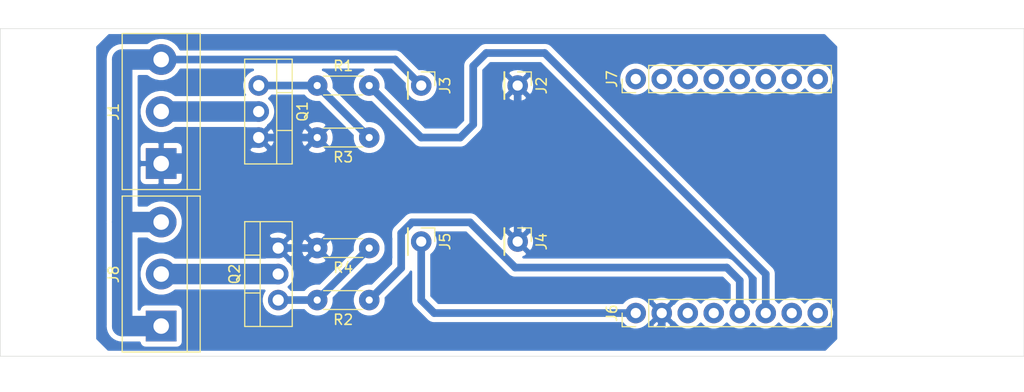
<source format=kicad_pcb>
(kicad_pcb (version 20171130) (host pcbnew "(5.1.7)-1")

  (general
    (thickness 1.6)
    (drawings 4)
    (tracks 57)
    (zones 0)
    (modules 14)
    (nets 10)
  )

  (page A4)
  (layers
    (0 F.Cu signal)
    (31 B.Cu signal)
    (32 B.Adhes user)
    (33 F.Adhes user)
    (34 B.Paste user)
    (35 F.Paste user)
    (36 B.SilkS user)
    (37 F.SilkS user)
    (38 B.Mask user)
    (39 F.Mask user)
    (40 Dwgs.User user)
    (41 Cmts.User user)
    (42 Eco1.User user)
    (43 Eco2.User user)
    (44 Edge.Cuts user)
    (45 Margin user)
    (46 B.CrtYd user)
    (47 F.CrtYd user)
    (48 B.Fab user)
    (49 F.Fab user)
  )

  (setup
    (last_trace_width 0.75)
    (user_trace_width 0.5)
    (user_trace_width 0.75)
    (user_trace_width 1)
    (user_trace_width 1.5)
    (user_trace_width 2)
    (trace_clearance 0.5)
    (zone_clearance 0.508)
    (zone_45_only no)
    (trace_min 0.2)
    (via_size 0.8)
    (via_drill 0.4)
    (via_min_size 0.4)
    (via_min_drill 0.3)
    (uvia_size 0.3)
    (uvia_drill 0.1)
    (uvias_allowed no)
    (uvia_min_size 0.2)
    (uvia_min_drill 0.1)
    (edge_width 0.05)
    (segment_width 0.2)
    (pcb_text_width 0.3)
    (pcb_text_size 1.5 1.5)
    (mod_edge_width 0.12)
    (mod_text_size 1 1)
    (mod_text_width 0.15)
    (pad_size 2 2)
    (pad_drill 1.1)
    (pad_to_mask_clearance 0)
    (aux_axis_origin 0 0)
    (visible_elements 7FFFFFFF)
    (pcbplotparams
      (layerselection 0x010fc_ffffffff)
      (usegerberextensions false)
      (usegerberattributes true)
      (usegerberadvancedattributes true)
      (creategerberjobfile true)
      (excludeedgelayer true)
      (linewidth 0.100000)
      (plotframeref false)
      (viasonmask false)
      (mode 1)
      (useauxorigin false)
      (hpglpennumber 1)
      (hpglpenspeed 20)
      (hpglpendiameter 15.000000)
      (psnegative false)
      (psa4output false)
      (plotreference true)
      (plotvalue true)
      (plotinvisibletext false)
      (padsonsilk false)
      (subtractmaskfromsilk false)
      (outputformat 1)
      (mirror false)
      (drillshape 1)
      (scaleselection 1)
      (outputdirectory ""))
  )

  (net 0 "")
  (net 1 /gnd)
  (net 2 /12vdc)
  (net 3 /5vdc)
  (net 4 "Net-(Q1-Pad1)")
  (net 5 "Net-(Q2-Pad1)")
  (net 6 /d1)
  (net 7 /d2)
  (net 8 /led1)
  (net 9 /led2)

  (net_class Default "This is the default net class."
    (clearance 0.5)
    (trace_width 0.25)
    (via_dia 0.8)
    (via_drill 0.4)
    (uvia_dia 0.3)
    (uvia_drill 0.1)
    (add_net /12vdc)
    (add_net /5vdc)
    (add_net /d1)
    (add_net /d2)
    (add_net /gnd)
    (add_net /led1)
    (add_net /led2)
    (add_net "Net-(Q1-Pad1)")
    (add_net "Net-(Q2-Pad1)")
  )

  (module TerminalBlock:TerminalBlock_bornier-3_P5.08mm (layer F.Cu) (tedit 59FF03B9) (tstamp 5FFF8312)
    (at 45.72 43.18 90)
    (descr "simple 3-pin terminal block, pitch 5.08mm, revamped version of bornier3")
    (tags "terminal block bornier3")
    (path /5FFF8E89)
    (fp_text reference J1 (at 5.05 -4.65 90) (layer F.SilkS)
      (effects (font (size 1 1) (thickness 0.15)))
    )
    (fp_text value Screw_Terminal_01x03 (at 5.08 5.08 90) (layer F.Fab)
      (effects (font (size 1 1) (thickness 0.15)))
    )
    (fp_line (start -2.47 2.55) (end 12.63 2.55) (layer F.Fab) (width 0.1))
    (fp_line (start -2.47 -3.75) (end 12.63 -3.75) (layer F.Fab) (width 0.1))
    (fp_line (start 12.63 -3.75) (end 12.63 3.75) (layer F.Fab) (width 0.1))
    (fp_line (start 12.63 3.75) (end -2.47 3.75) (layer F.Fab) (width 0.1))
    (fp_line (start -2.47 3.75) (end -2.47 -3.75) (layer F.Fab) (width 0.1))
    (fp_line (start -2.54 3.81) (end -2.54 -3.81) (layer F.SilkS) (width 0.12))
    (fp_line (start 12.7 3.81) (end 12.7 -3.81) (layer F.SilkS) (width 0.12))
    (fp_line (start -2.54 2.54) (end 12.7 2.54) (layer F.SilkS) (width 0.12))
    (fp_line (start -2.54 -3.81) (end 12.7 -3.81) (layer F.SilkS) (width 0.12))
    (fp_line (start -2.54 3.81) (end 12.7 3.81) (layer F.SilkS) (width 0.12))
    (fp_line (start -2.72 -4) (end 12.88 -4) (layer F.CrtYd) (width 0.05))
    (fp_line (start -2.72 -4) (end -2.72 4) (layer F.CrtYd) (width 0.05))
    (fp_line (start 12.88 4) (end 12.88 -4) (layer F.CrtYd) (width 0.05))
    (fp_line (start 12.88 4) (end -2.72 4) (layer F.CrtYd) (width 0.05))
    (fp_text user %R (at 5.08 0 90) (layer F.Fab)
      (effects (font (size 1 1) (thickness 0.15)))
    )
    (pad 1 thru_hole rect (at 0 0 90) (size 3 3) (drill 1.52) (layers *.Cu *.Mask)
      (net 1 /gnd))
    (pad 2 thru_hole circle (at 5.08 0 90) (size 3 3) (drill 1.52) (layers *.Cu *.Mask)
      (net 8 /led1))
    (pad 3 thru_hole circle (at 10.16 0 90) (size 3 3) (drill 1.52) (layers *.Cu *.Mask)
      (net 2 /12vdc))
    (model ${KISYS3DMOD}/TerminalBlock.3dshapes/TerminalBlock_bornier-3_P5.08mm.wrl
      (offset (xyz 5.079999923706055 0 0))
      (scale (xyz 1 1 1))
      (rotate (xyz 0 0 0))
    )
  )

  (module Connector_PinHeader_2.54mm:PinHeader_1x01_P2.54mm_Vertical (layer F.Cu) (tedit 5FFF407E) (tstamp 5FFF3485)
    (at 80.54 35.56 270)
    (descr "Through hole straight pin header, 1x01, 2.54mm pitch, single row")
    (tags "Through hole pin header THT 1x01 2.54mm single row")
    (path /600083E8)
    (fp_text reference J2 (at 0 -2.33 90) (layer F.SilkS)
      (effects (font (size 1 1) (thickness 0.15)))
    )
    (fp_text value Conn_01x01 (at 0 2.33 90) (layer F.Fab)
      (effects (font (size 1 1) (thickness 0.15)))
    )
    (fp_line (start -0.635 -1.27) (end 1.27 -1.27) (layer F.Fab) (width 0.1))
    (fp_line (start 1.27 -1.27) (end 1.27 1.27) (layer F.Fab) (width 0.1))
    (fp_line (start 1.27 1.27) (end -1.27 1.27) (layer F.Fab) (width 0.1))
    (fp_line (start -1.27 1.27) (end -1.27 -0.635) (layer F.Fab) (width 0.1))
    (fp_line (start -1.27 -0.635) (end -0.635 -1.27) (layer F.Fab) (width 0.1))
    (fp_line (start -1.33 1.33) (end 1.33 1.33) (layer F.SilkS) (width 0.12))
    (fp_line (start -1.33 1.27) (end -1.33 1.33) (layer F.SilkS) (width 0.12))
    (fp_line (start 1.33 1.27) (end 1.33 1.33) (layer F.SilkS) (width 0.12))
    (fp_line (start -1.33 1.27) (end 1.33 1.27) (layer F.SilkS) (width 0.12))
    (fp_line (start -1.33 0) (end -1.33 -1.33) (layer F.SilkS) (width 0.12))
    (fp_line (start -1.33 -1.33) (end 0 -1.33) (layer F.SilkS) (width 0.12))
    (fp_line (start -1.8 -1.8) (end -1.8 1.8) (layer F.CrtYd) (width 0.05))
    (fp_line (start -1.8 1.8) (end 1.8 1.8) (layer F.CrtYd) (width 0.05))
    (fp_line (start 1.8 1.8) (end 1.8 -1.8) (layer F.CrtYd) (width 0.05))
    (fp_line (start 1.8 -1.8) (end -1.8 -1.8) (layer F.CrtYd) (width 0.05))
    (fp_text user %R (at 0 0) (layer F.Fab)
      (effects (font (size 1 1) (thickness 0.15)))
    )
    (pad 1 thru_hole circle (at 0 0 270) (size 2 2) (drill 1) (layers *.Cu *.Mask)
      (net 1 /gnd))
    (model ${KISYS3DMOD}/Connector_PinHeader_2.54mm.3dshapes/PinHeader_1x01_P2.54mm_Vertical.wrl
      (at (xyz 0 0 0))
      (scale (xyz 1 1 1))
      (rotate (xyz 0 0 0))
    )
  )

  (module Connector_PinHeader_2.54mm:PinHeader_1x01_P2.54mm_Vertical (layer F.Cu) (tedit 5FFF3F48) (tstamp 5FFF349A)
    (at 71.12 35.56 270)
    (descr "Through hole straight pin header, 1x01, 2.54mm pitch, single row")
    (tags "Through hole pin header THT 1x01 2.54mm single row")
    (path /60008C9C)
    (fp_text reference J3 (at 0 -2.33 90) (layer F.SilkS)
      (effects (font (size 1 1) (thickness 0.15)))
    )
    (fp_text value Conn_01x01 (at 0 2.33 90) (layer F.Fab)
      (effects (font (size 1 1) (thickness 0.15)))
    )
    (fp_line (start -0.635 -1.27) (end 1.27 -1.27) (layer F.Fab) (width 0.1))
    (fp_line (start 1.27 -1.27) (end 1.27 1.27) (layer F.Fab) (width 0.1))
    (fp_line (start 1.27 1.27) (end -1.27 1.27) (layer F.Fab) (width 0.1))
    (fp_line (start -1.27 1.27) (end -1.27 -0.635) (layer F.Fab) (width 0.1))
    (fp_line (start -1.27 -0.635) (end -0.635 -1.27) (layer F.Fab) (width 0.1))
    (fp_line (start -1.33 1.33) (end 1.33 1.33) (layer F.SilkS) (width 0.12))
    (fp_line (start -1.33 1.27) (end -1.33 1.33) (layer F.SilkS) (width 0.12))
    (fp_line (start 1.33 1.27) (end 1.33 1.33) (layer F.SilkS) (width 0.12))
    (fp_line (start -1.33 1.27) (end 1.33 1.27) (layer F.SilkS) (width 0.12))
    (fp_line (start -1.33 0) (end -1.33 -1.33) (layer F.SilkS) (width 0.12))
    (fp_line (start -1.33 -1.33) (end 0 -1.33) (layer F.SilkS) (width 0.12))
    (fp_line (start -1.8 -1.8) (end -1.8 1.8) (layer F.CrtYd) (width 0.05))
    (fp_line (start -1.8 1.8) (end 1.8 1.8) (layer F.CrtYd) (width 0.05))
    (fp_line (start 1.8 1.8) (end 1.8 -1.8) (layer F.CrtYd) (width 0.05))
    (fp_line (start 1.8 -1.8) (end -1.8 -1.8) (layer F.CrtYd) (width 0.05))
    (fp_text user %R (at 0 0) (layer F.Fab)
      (effects (font (size 1 1) (thickness 0.15)))
    )
    (pad 1 thru_hole circle (at 0 0 270) (size 2 2) (drill 1) (layers *.Cu *.Mask)
      (net 2 /12vdc))
    (model ${KISYS3DMOD}/Connector_PinHeader_2.54mm.3dshapes/PinHeader_1x01_P2.54mm_Vertical.wrl
      (at (xyz 0 0 0))
      (scale (xyz 1 1 1))
      (rotate (xyz 0 0 0))
    )
  )

  (module Connector_PinHeader_2.54mm:PinHeader_1x01_P2.54mm_Vertical (layer F.Cu) (tedit 59FED5CC) (tstamp 5FFF34AF)
    (at 80.54 50.8 270)
    (descr "Through hole straight pin header, 1x01, 2.54mm pitch, single row")
    (tags "Through hole pin header THT 1x01 2.54mm single row")
    (path /60009069)
    (fp_text reference J4 (at 0 -2.33 90) (layer F.SilkS)
      (effects (font (size 1 1) (thickness 0.15)))
    )
    (fp_text value Conn_01x01 (at 0 2.33 90) (layer F.Fab)
      (effects (font (size 1 1) (thickness 0.15)))
    )
    (fp_line (start 1.8 -1.8) (end -1.8 -1.8) (layer F.CrtYd) (width 0.05))
    (fp_line (start 1.8 1.8) (end 1.8 -1.8) (layer F.CrtYd) (width 0.05))
    (fp_line (start -1.8 1.8) (end 1.8 1.8) (layer F.CrtYd) (width 0.05))
    (fp_line (start -1.8 -1.8) (end -1.8 1.8) (layer F.CrtYd) (width 0.05))
    (fp_line (start -1.33 -1.33) (end 0 -1.33) (layer F.SilkS) (width 0.12))
    (fp_line (start -1.33 0) (end -1.33 -1.33) (layer F.SilkS) (width 0.12))
    (fp_line (start -1.33 1.27) (end 1.33 1.27) (layer F.SilkS) (width 0.12))
    (fp_line (start 1.33 1.27) (end 1.33 1.33) (layer F.SilkS) (width 0.12))
    (fp_line (start -1.33 1.27) (end -1.33 1.33) (layer F.SilkS) (width 0.12))
    (fp_line (start -1.33 1.33) (end 1.33 1.33) (layer F.SilkS) (width 0.12))
    (fp_line (start -1.27 -0.635) (end -0.635 -1.27) (layer F.Fab) (width 0.1))
    (fp_line (start -1.27 1.27) (end -1.27 -0.635) (layer F.Fab) (width 0.1))
    (fp_line (start 1.27 1.27) (end -1.27 1.27) (layer F.Fab) (width 0.1))
    (fp_line (start 1.27 -1.27) (end 1.27 1.27) (layer F.Fab) (width 0.1))
    (fp_line (start -0.635 -1.27) (end 1.27 -1.27) (layer F.Fab) (width 0.1))
    (fp_text user %R (at 0 0) (layer F.Fab)
      (effects (font (size 1 1) (thickness 0.15)))
    )
    (pad 1 thru_hole circle (at 0 0 270) (size 2 2) (drill 1) (layers *.Cu *.Mask)
      (net 1 /gnd))
    (model ${KISYS3DMOD}/Connector_PinHeader_2.54mm.3dshapes/PinHeader_1x01_P2.54mm_Vertical.wrl
      (at (xyz 0 0 0))
      (scale (xyz 1 1 1))
      (rotate (xyz 0 0 0))
    )
  )

  (module Connector_PinHeader_2.54mm:PinHeader_1x01_P2.54mm_Vertical (layer F.Cu) (tedit 59FED5CC) (tstamp 5FFF34C4)
    (at 71.12 50.8 270)
    (descr "Through hole straight pin header, 1x01, 2.54mm pitch, single row")
    (tags "Through hole pin header THT 1x01 2.54mm single row")
    (path /60008E88)
    (fp_text reference J5 (at 0 -2.33 90) (layer F.SilkS)
      (effects (font (size 1 1) (thickness 0.15)))
    )
    (fp_text value Conn_01x01 (at 0 2.33 90) (layer F.Fab)
      (effects (font (size 1 1) (thickness 0.15)))
    )
    (fp_line (start 1.8 -1.8) (end -1.8 -1.8) (layer F.CrtYd) (width 0.05))
    (fp_line (start 1.8 1.8) (end 1.8 -1.8) (layer F.CrtYd) (width 0.05))
    (fp_line (start -1.8 1.8) (end 1.8 1.8) (layer F.CrtYd) (width 0.05))
    (fp_line (start -1.8 -1.8) (end -1.8 1.8) (layer F.CrtYd) (width 0.05))
    (fp_line (start -1.33 -1.33) (end 0 -1.33) (layer F.SilkS) (width 0.12))
    (fp_line (start -1.33 0) (end -1.33 -1.33) (layer F.SilkS) (width 0.12))
    (fp_line (start -1.33 1.27) (end 1.33 1.27) (layer F.SilkS) (width 0.12))
    (fp_line (start 1.33 1.27) (end 1.33 1.33) (layer F.SilkS) (width 0.12))
    (fp_line (start -1.33 1.27) (end -1.33 1.33) (layer F.SilkS) (width 0.12))
    (fp_line (start -1.33 1.33) (end 1.33 1.33) (layer F.SilkS) (width 0.12))
    (fp_line (start -1.27 -0.635) (end -0.635 -1.27) (layer F.Fab) (width 0.1))
    (fp_line (start -1.27 1.27) (end -1.27 -0.635) (layer F.Fab) (width 0.1))
    (fp_line (start 1.27 1.27) (end -1.27 1.27) (layer F.Fab) (width 0.1))
    (fp_line (start 1.27 -1.27) (end 1.27 1.27) (layer F.Fab) (width 0.1))
    (fp_line (start -0.635 -1.27) (end 1.27 -1.27) (layer F.Fab) (width 0.1))
    (fp_text user %R (at 0 0) (layer F.Fab)
      (effects (font (size 1 1) (thickness 0.15)))
    )
    (pad 1 thru_hole circle (at 0 0 270) (size 2 2) (drill 1) (layers *.Cu *.Mask)
      (net 3 /5vdc))
    (model ${KISYS3DMOD}/Connector_PinHeader_2.54mm.3dshapes/PinHeader_1x01_P2.54mm_Vertical.wrl
      (at (xyz 0 0 0))
      (scale (xyz 1 1 1))
      (rotate (xyz 0 0 0))
    )
  )

  (module Connector_PinHeader_2.54mm:PinHeader_1x08_P2.54mm_Vertical (layer F.Cu) (tedit 5FFF4047) (tstamp 5FFF34E0)
    (at 92.075 57.785 90)
    (descr "Through hole straight pin header, 1x08, 2.54mm pitch, single row")
    (tags "Through hole pin header THT 1x08 2.54mm single row")
    (path /5FFF99DA)
    (fp_text reference J6 (at 0 -2.33 90) (layer F.SilkS)
      (effects (font (size 1 1) (thickness 0.15)))
    )
    (fp_text value Conn_01x08_Female (at 0 20.11 90) (layer F.Fab)
      (effects (font (size 1 1) (thickness 0.15)))
    )
    (fp_line (start -0.635 -1.27) (end 1.27 -1.27) (layer F.Fab) (width 0.1))
    (fp_line (start 1.27 -1.27) (end 1.27 19.05) (layer F.Fab) (width 0.1))
    (fp_line (start 1.27 19.05) (end -1.27 19.05) (layer F.Fab) (width 0.1))
    (fp_line (start -1.27 19.05) (end -1.27 -0.635) (layer F.Fab) (width 0.1))
    (fp_line (start -1.27 -0.635) (end -0.635 -1.27) (layer F.Fab) (width 0.1))
    (fp_line (start -1.33 19.11) (end 1.33 19.11) (layer F.SilkS) (width 0.12))
    (fp_line (start -1.33 1.27) (end -1.33 19.11) (layer F.SilkS) (width 0.12))
    (fp_line (start 1.33 1.27) (end 1.33 19.11) (layer F.SilkS) (width 0.12))
    (fp_line (start -1.33 1.27) (end 1.33 1.27) (layer F.SilkS) (width 0.12))
    (fp_line (start -1.33 0) (end -1.33 -1.33) (layer F.SilkS) (width 0.12))
    (fp_line (start -1.33 -1.33) (end 0 -1.33) (layer F.SilkS) (width 0.12))
    (fp_line (start -1.8 -1.8) (end -1.8 19.55) (layer F.CrtYd) (width 0.05))
    (fp_line (start -1.8 19.55) (end 1.8 19.55) (layer F.CrtYd) (width 0.05))
    (fp_line (start 1.8 19.55) (end 1.8 -1.8) (layer F.CrtYd) (width 0.05))
    (fp_line (start 1.8 -1.8) (end -1.8 -1.8) (layer F.CrtYd) (width 0.05))
    (fp_text user %R (at 0 8.89) (layer F.Fab)
      (effects (font (size 1 1) (thickness 0.15)))
    )
    (pad 8 thru_hole circle (at 0 17.78 90) (size 2 2) (drill 1) (layers *.Cu *.Mask))
    (pad 7 thru_hole circle (at 0 15.24 90) (size 2 2) (drill 1) (layers *.Cu *.Mask))
    (pad 6 thru_hole circle (at 0 12.7 90) (size 2 2) (drill 1) (layers *.Cu *.Mask)
      (net 7 /d2))
    (pad 5 thru_hole circle (at 0 10.16 90) (size 2 2) (drill 1) (layers *.Cu *.Mask)
      (net 6 /d1))
    (pad 4 thru_hole circle (at 0 7.62 90) (size 2 2) (drill 1) (layers *.Cu *.Mask))
    (pad 3 thru_hole circle (at 0 5.08 90) (size 2 2) (drill 1) (layers *.Cu *.Mask))
    (pad 2 thru_hole circle (at 0 2.54 90) (size 2 2) (drill 1) (layers *.Cu *.Mask)
      (net 1 /gnd))
    (pad 1 thru_hole circle (at 0 0 90) (size 2 2) (drill 1) (layers *.Cu *.Mask)
      (net 3 /5vdc))
    (model ${KISYS3DMOD}/Connector_PinHeader_2.54mm.3dshapes/PinHeader_1x08_P2.54mm_Vertical.wrl
      (at (xyz 0 0 0))
      (scale (xyz 1 1 1))
      (rotate (xyz 0 0 0))
    )
  )

  (module Connector_PinHeader_2.54mm:PinHeader_1x08_P2.54mm_Vertical (layer F.Cu) (tedit 5FFF403E) (tstamp 5FFF34FC)
    (at 92.075 34.925 90)
    (descr "Through hole straight pin header, 1x08, 2.54mm pitch, single row")
    (tags "Through hole pin header THT 1x08 2.54mm single row")
    (path /5FFF8014)
    (fp_text reference J7 (at 0 -2.33 90) (layer F.SilkS)
      (effects (font (size 1 1) (thickness 0.15)))
    )
    (fp_text value Conn_01x08_Female (at 0 20.11 90) (layer F.Fab)
      (effects (font (size 1 1) (thickness 0.15)))
    )
    (fp_line (start 1.8 -1.8) (end -1.8 -1.8) (layer F.CrtYd) (width 0.05))
    (fp_line (start 1.8 19.55) (end 1.8 -1.8) (layer F.CrtYd) (width 0.05))
    (fp_line (start -1.8 19.55) (end 1.8 19.55) (layer F.CrtYd) (width 0.05))
    (fp_line (start -1.8 -1.8) (end -1.8 19.55) (layer F.CrtYd) (width 0.05))
    (fp_line (start -1.33 -1.33) (end 0 -1.33) (layer F.SilkS) (width 0.12))
    (fp_line (start -1.33 0) (end -1.33 -1.33) (layer F.SilkS) (width 0.12))
    (fp_line (start -1.33 1.27) (end 1.33 1.27) (layer F.SilkS) (width 0.12))
    (fp_line (start 1.33 1.27) (end 1.33 19.11) (layer F.SilkS) (width 0.12))
    (fp_line (start -1.33 1.27) (end -1.33 19.11) (layer F.SilkS) (width 0.12))
    (fp_line (start -1.33 19.11) (end 1.33 19.11) (layer F.SilkS) (width 0.12))
    (fp_line (start -1.27 -0.635) (end -0.635 -1.27) (layer F.Fab) (width 0.1))
    (fp_line (start -1.27 19.05) (end -1.27 -0.635) (layer F.Fab) (width 0.1))
    (fp_line (start 1.27 19.05) (end -1.27 19.05) (layer F.Fab) (width 0.1))
    (fp_line (start 1.27 -1.27) (end 1.27 19.05) (layer F.Fab) (width 0.1))
    (fp_line (start -0.635 -1.27) (end 1.27 -1.27) (layer F.Fab) (width 0.1))
    (fp_text user %R (at 0 8.89) (layer F.Fab)
      (effects (font (size 1 1) (thickness 0.15)))
    )
    (pad 1 thru_hole circle (at 0 0 90) (size 2 2) (drill 1) (layers *.Cu *.Mask))
    (pad 2 thru_hole circle (at 0 2.54 90) (size 2 2) (drill 1) (layers *.Cu *.Mask))
    (pad 3 thru_hole circle (at 0 5.08 90) (size 2 2) (drill 1) (layers *.Cu *.Mask))
    (pad 4 thru_hole circle (at 0 7.62 90) (size 2 2) (drill 1) (layers *.Cu *.Mask))
    (pad 5 thru_hole circle (at 0 10.16 90) (size 2 2) (drill 1) (layers *.Cu *.Mask))
    (pad 6 thru_hole circle (at 0 12.7 90) (size 2 2) (drill 1) (layers *.Cu *.Mask))
    (pad 7 thru_hole circle (at 0 15.24 90) (size 2 2) (drill 1) (layers *.Cu *.Mask))
    (pad 8 thru_hole circle (at 0 17.78 90) (size 2 2) (drill 1) (layers *.Cu *.Mask))
    (model ${KISYS3DMOD}/Connector_PinHeader_2.54mm.3dshapes/PinHeader_1x08_P2.54mm_Vertical.wrl
      (at (xyz 0 0 0))
      (scale (xyz 1 1 1))
      (rotate (xyz 0 0 0))
    )
  )

  (module Package_TO_SOT_THT:TO-220-3_Vertical (layer F.Cu) (tedit 5FFF408D) (tstamp 5FFF3540)
    (at 55.245 35.56 270)
    (descr "TO-220-3, Vertical, RM 2.54mm, see https://www.vishay.com/docs/66542/to-220-1.pdf")
    (tags "TO-220-3 Vertical RM 2.54mm")
    (path /5FFF5E64)
    (fp_text reference Q1 (at 2.54 -4.27 90) (layer F.SilkS)
      (effects (font (size 1 1) (thickness 0.15)))
    )
    (fp_text value IRLZ44N (at 2.54 2.5 90) (layer F.Fab)
      (effects (font (size 1 1) (thickness 0.15)))
    )
    (fp_line (start 7.79 -3.4) (end -2.71 -3.4) (layer F.CrtYd) (width 0.05))
    (fp_line (start 7.79 1.51) (end 7.79 -3.4) (layer F.CrtYd) (width 0.05))
    (fp_line (start -2.71 1.51) (end 7.79 1.51) (layer F.CrtYd) (width 0.05))
    (fp_line (start -2.71 -3.4) (end -2.71 1.51) (layer F.CrtYd) (width 0.05))
    (fp_line (start 4.391 -3.27) (end 4.391 -1.76) (layer F.SilkS) (width 0.12))
    (fp_line (start 0.69 -3.27) (end 0.69 -1.76) (layer F.SilkS) (width 0.12))
    (fp_line (start -2.58 -1.76) (end 7.66 -1.76) (layer F.SilkS) (width 0.12))
    (fp_line (start 7.66 -3.27) (end 7.66 1.371) (layer F.SilkS) (width 0.12))
    (fp_line (start -2.58 -3.27) (end -2.58 1.371) (layer F.SilkS) (width 0.12))
    (fp_line (start -2.58 1.371) (end 7.66 1.371) (layer F.SilkS) (width 0.12))
    (fp_line (start -2.58 -3.27) (end 7.66 -3.27) (layer F.SilkS) (width 0.12))
    (fp_line (start 4.39 -3.15) (end 4.39 -1.88) (layer F.Fab) (width 0.1))
    (fp_line (start 0.69 -3.15) (end 0.69 -1.88) (layer F.Fab) (width 0.1))
    (fp_line (start -2.46 -1.88) (end 7.54 -1.88) (layer F.Fab) (width 0.1))
    (fp_line (start 7.54 -3.15) (end -2.46 -3.15) (layer F.Fab) (width 0.1))
    (fp_line (start 7.54 1.25) (end 7.54 -3.15) (layer F.Fab) (width 0.1))
    (fp_line (start -2.46 1.25) (end 7.54 1.25) (layer F.Fab) (width 0.1))
    (fp_line (start -2.46 -3.15) (end -2.46 1.25) (layer F.Fab) (width 0.1))
    (fp_text user %R (at 2.54 -4.27 90) (layer F.Fab)
      (effects (font (size 1 1) (thickness 0.15)))
    )
    (pad 1 thru_hole circle (at 0 0 270) (size 2 2) (drill 1.1) (layers *.Cu *.Mask)
      (net 4 "Net-(Q1-Pad1)"))
    (pad 2 thru_hole circle (at 2.54 0 270) (size 2 2) (drill 1.1) (layers *.Cu *.Mask)
      (net 8 /led1))
    (pad 3 thru_hole circle (at 5.08 0 270) (size 2 2) (drill 1.1) (layers *.Cu *.Mask)
      (net 1 /gnd))
    (model ${KISYS3DMOD}/Package_TO_SOT_THT.3dshapes/TO-220-3_Vertical.wrl
      (at (xyz 0 0 0))
      (scale (xyz 1 1 1))
      (rotate (xyz 0 0 0))
    )
  )

  (module Package_TO_SOT_THT:TO-220-3_Vertical (layer F.Cu) (tedit 5AC8BA0D) (tstamp 5FFF355A)
    (at 57.15 56.515 90)
    (descr "TO-220-3, Vertical, RM 2.54mm, see https://www.vishay.com/docs/66542/to-220-1.pdf")
    (tags "TO-220-3 Vertical RM 2.54mm")
    (path /5FFF657F)
    (fp_text reference Q2 (at 2.54 -4.27 90) (layer F.SilkS)
      (effects (font (size 1 1) (thickness 0.15)))
    )
    (fp_text value IRLZ44N (at 2.54 2.5 90) (layer F.Fab)
      (effects (font (size 1 1) (thickness 0.15)))
    )
    (fp_line (start -2.46 -3.15) (end -2.46 1.25) (layer F.Fab) (width 0.1))
    (fp_line (start -2.46 1.25) (end 7.54 1.25) (layer F.Fab) (width 0.1))
    (fp_line (start 7.54 1.25) (end 7.54 -3.15) (layer F.Fab) (width 0.1))
    (fp_line (start 7.54 -3.15) (end -2.46 -3.15) (layer F.Fab) (width 0.1))
    (fp_line (start -2.46 -1.88) (end 7.54 -1.88) (layer F.Fab) (width 0.1))
    (fp_line (start 0.69 -3.15) (end 0.69 -1.88) (layer F.Fab) (width 0.1))
    (fp_line (start 4.39 -3.15) (end 4.39 -1.88) (layer F.Fab) (width 0.1))
    (fp_line (start -2.58 -3.27) (end 7.66 -3.27) (layer F.SilkS) (width 0.12))
    (fp_line (start -2.58 1.371) (end 7.66 1.371) (layer F.SilkS) (width 0.12))
    (fp_line (start -2.58 -3.27) (end -2.58 1.371) (layer F.SilkS) (width 0.12))
    (fp_line (start 7.66 -3.27) (end 7.66 1.371) (layer F.SilkS) (width 0.12))
    (fp_line (start -2.58 -1.76) (end 7.66 -1.76) (layer F.SilkS) (width 0.12))
    (fp_line (start 0.69 -3.27) (end 0.69 -1.76) (layer F.SilkS) (width 0.12))
    (fp_line (start 4.391 -3.27) (end 4.391 -1.76) (layer F.SilkS) (width 0.12))
    (fp_line (start -2.71 -3.4) (end -2.71 1.51) (layer F.CrtYd) (width 0.05))
    (fp_line (start -2.71 1.51) (end 7.79 1.51) (layer F.CrtYd) (width 0.05))
    (fp_line (start 7.79 1.51) (end 7.79 -3.4) (layer F.CrtYd) (width 0.05))
    (fp_line (start 7.79 -3.4) (end -2.71 -3.4) (layer F.CrtYd) (width 0.05))
    (fp_text user %R (at 2.54 -4.27 90) (layer F.Fab)
      (effects (font (size 1 1) (thickness 0.15)))
    )
    (pad 3 thru_hole circle (at 5.08 0 90) (size 2 2) (drill 1.1) (layers *.Cu *.Mask)
      (net 1 /gnd))
    (pad 2 thru_hole circle (at 2.54 0 90) (size 2 2) (drill 1.1) (layers *.Cu *.Mask)
      (net 9 /led2))
    (pad 1 thru_hole circle (at 0 0 90) (size 2 2) (drill 1.1) (layers *.Cu *.Mask)
      (net 5 "Net-(Q2-Pad1)"))
    (model ${KISYS3DMOD}/Package_TO_SOT_THT.3dshapes/TO-220-3_Vertical.wrl
      (at (xyz 0 0 0))
      (scale (xyz 1 1 1))
      (rotate (xyz 0 0 0))
    )
  )

  (module Resistor_THT:R_Axial_DIN0204_L3.6mm_D1.6mm_P5.08mm_Horizontal (layer F.Cu) (tedit 5FFF406A) (tstamp 5FFF356D)
    (at 60.96 35.56)
    (descr "Resistor, Axial_DIN0204 series, Axial, Horizontal, pin pitch=5.08mm, 0.167W, length*diameter=3.6*1.6mm^2, http://cdn-reichelt.de/documents/datenblatt/B400/1_4W%23YAG.pdf")
    (tags "Resistor Axial_DIN0204 series Axial Horizontal pin pitch 5.08mm 0.167W length 3.6mm diameter 1.6mm")
    (path /5FFF73E1)
    (fp_text reference R1 (at 2.54 -1.92) (layer F.SilkS)
      (effects (font (size 1 1) (thickness 0.15)))
    )
    (fp_text value 100 (at 2.54 1.92) (layer F.Fab)
      (effects (font (size 1 1) (thickness 0.15)))
    )
    (fp_line (start 0.74 -0.8) (end 0.74 0.8) (layer F.Fab) (width 0.1))
    (fp_line (start 0.74 0.8) (end 4.34 0.8) (layer F.Fab) (width 0.1))
    (fp_line (start 4.34 0.8) (end 4.34 -0.8) (layer F.Fab) (width 0.1))
    (fp_line (start 4.34 -0.8) (end 0.74 -0.8) (layer F.Fab) (width 0.1))
    (fp_line (start 0 0) (end 0.74 0) (layer F.Fab) (width 0.1))
    (fp_line (start 5.08 0) (end 4.34 0) (layer F.Fab) (width 0.1))
    (fp_line (start 0.62 -0.92) (end 4.46 -0.92) (layer F.SilkS) (width 0.12))
    (fp_line (start 0.62 0.92) (end 4.46 0.92) (layer F.SilkS) (width 0.12))
    (fp_line (start -0.95 -1.05) (end -0.95 1.05) (layer F.CrtYd) (width 0.05))
    (fp_line (start -0.95 1.05) (end 6.03 1.05) (layer F.CrtYd) (width 0.05))
    (fp_line (start 6.03 1.05) (end 6.03 -1.05) (layer F.CrtYd) (width 0.05))
    (fp_line (start 6.03 -1.05) (end -0.95 -1.05) (layer F.CrtYd) (width 0.05))
    (fp_text user %R (at 2.54 0) (layer F.Fab)
      (effects (font (size 0.72 0.72) (thickness 0.108)))
    )
    (pad 2 thru_hole circle (at 5.08 0) (size 2 2) (drill 0.7) (layers *.Cu *.Mask)
      (net 7 /d2))
    (pad 1 thru_hole circle (at 0 0) (size 2 2) (drill 0.7) (layers *.Cu *.Mask)
      (net 4 "Net-(Q1-Pad1)"))
    (model ${KISYS3DMOD}/Resistor_THT.3dshapes/R_Axial_DIN0204_L3.6mm_D1.6mm_P5.08mm_Horizontal.wrl
      (at (xyz 0 0 0))
      (scale (xyz 1 1 1))
      (rotate (xyz 0 0 0))
    )
  )

  (module Resistor_THT:R_Axial_DIN0204_L3.6mm_D1.6mm_P5.08mm_Horizontal (layer F.Cu) (tedit 5AE5139B) (tstamp 5FFF3580)
    (at 66.04 56.515 180)
    (descr "Resistor, Axial_DIN0204 series, Axial, Horizontal, pin pitch=5.08mm, 0.167W, length*diameter=3.6*1.6mm^2, http://cdn-reichelt.de/documents/datenblatt/B400/1_4W%23YAG.pdf")
    (tags "Resistor Axial_DIN0204 series Axial Horizontal pin pitch 5.08mm 0.167W length 3.6mm diameter 1.6mm")
    (path /5FFF7B26)
    (fp_text reference R2 (at 2.54 -1.92) (layer F.SilkS)
      (effects (font (size 1 1) (thickness 0.15)))
    )
    (fp_text value 100 (at 2.54 1.92) (layer F.Fab)
      (effects (font (size 1 1) (thickness 0.15)))
    )
    (fp_line (start 0.74 -0.8) (end 0.74 0.8) (layer F.Fab) (width 0.1))
    (fp_line (start 0.74 0.8) (end 4.34 0.8) (layer F.Fab) (width 0.1))
    (fp_line (start 4.34 0.8) (end 4.34 -0.8) (layer F.Fab) (width 0.1))
    (fp_line (start 4.34 -0.8) (end 0.74 -0.8) (layer F.Fab) (width 0.1))
    (fp_line (start 0 0) (end 0.74 0) (layer F.Fab) (width 0.1))
    (fp_line (start 5.08 0) (end 4.34 0) (layer F.Fab) (width 0.1))
    (fp_line (start 0.62 -0.92) (end 4.46 -0.92) (layer F.SilkS) (width 0.12))
    (fp_line (start 0.62 0.92) (end 4.46 0.92) (layer F.SilkS) (width 0.12))
    (fp_line (start -0.95 -1.05) (end -0.95 1.05) (layer F.CrtYd) (width 0.05))
    (fp_line (start -0.95 1.05) (end 6.03 1.05) (layer F.CrtYd) (width 0.05))
    (fp_line (start 6.03 1.05) (end 6.03 -1.05) (layer F.CrtYd) (width 0.05))
    (fp_line (start 6.03 -1.05) (end -0.95 -1.05) (layer F.CrtYd) (width 0.05))
    (fp_text user %R (at 2.54 0) (layer F.Fab)
      (effects (font (size 0.72 0.72) (thickness 0.108)))
    )
    (pad 2 thru_hole circle (at 5.08 0 180) (size 2 2) (drill 0.7) (layers *.Cu *.Mask)
      (net 5 "Net-(Q2-Pad1)"))
    (pad 1 thru_hole circle (at 0 0 180) (size 2 2) (drill 0.7) (layers *.Cu *.Mask)
      (net 6 /d1))
    (model ${KISYS3DMOD}/Resistor_THT.3dshapes/R_Axial_DIN0204_L3.6mm_D1.6mm_P5.08mm_Horizontal.wrl
      (at (xyz 0 0 0))
      (scale (xyz 1 1 1))
      (rotate (xyz 0 0 0))
    )
  )

  (module Resistor_THT:R_Axial_DIN0204_L3.6mm_D1.6mm_P5.08mm_Horizontal (layer F.Cu) (tedit 5AE5139B) (tstamp 5FFF3593)
    (at 66.04 40.64 180)
    (descr "Resistor, Axial_DIN0204 series, Axial, Horizontal, pin pitch=5.08mm, 0.167W, length*diameter=3.6*1.6mm^2, http://cdn-reichelt.de/documents/datenblatt/B400/1_4W%23YAG.pdf")
    (tags "Resistor Axial_DIN0204 series Axial Horizontal pin pitch 5.08mm 0.167W length 3.6mm diameter 1.6mm")
    (path /5FFF6C12)
    (fp_text reference R3 (at 2.54 -1.92) (layer F.SilkS)
      (effects (font (size 1 1) (thickness 0.15)))
    )
    (fp_text value 10k (at 2.54 1.92) (layer F.Fab)
      (effects (font (size 1 1) (thickness 0.15)))
    )
    (fp_line (start 6.03 -1.05) (end -0.95 -1.05) (layer F.CrtYd) (width 0.05))
    (fp_line (start 6.03 1.05) (end 6.03 -1.05) (layer F.CrtYd) (width 0.05))
    (fp_line (start -0.95 1.05) (end 6.03 1.05) (layer F.CrtYd) (width 0.05))
    (fp_line (start -0.95 -1.05) (end -0.95 1.05) (layer F.CrtYd) (width 0.05))
    (fp_line (start 0.62 0.92) (end 4.46 0.92) (layer F.SilkS) (width 0.12))
    (fp_line (start 0.62 -0.92) (end 4.46 -0.92) (layer F.SilkS) (width 0.12))
    (fp_line (start 5.08 0) (end 4.34 0) (layer F.Fab) (width 0.1))
    (fp_line (start 0 0) (end 0.74 0) (layer F.Fab) (width 0.1))
    (fp_line (start 4.34 -0.8) (end 0.74 -0.8) (layer F.Fab) (width 0.1))
    (fp_line (start 4.34 0.8) (end 4.34 -0.8) (layer F.Fab) (width 0.1))
    (fp_line (start 0.74 0.8) (end 4.34 0.8) (layer F.Fab) (width 0.1))
    (fp_line (start 0.74 -0.8) (end 0.74 0.8) (layer F.Fab) (width 0.1))
    (fp_text user %R (at 2.54 0) (layer F.Fab)
      (effects (font (size 0.72 0.72) (thickness 0.108)))
    )
    (pad 1 thru_hole circle (at 0 0 180) (size 2 2) (drill 0.7) (layers *.Cu *.Mask)
      (net 4 "Net-(Q1-Pad1)"))
    (pad 2 thru_hole circle (at 5.08 0 180) (size 2 2) (drill 0.7) (layers *.Cu *.Mask)
      (net 1 /gnd))
    (model ${KISYS3DMOD}/Resistor_THT.3dshapes/R_Axial_DIN0204_L3.6mm_D1.6mm_P5.08mm_Horizontal.wrl
      (at (xyz 0 0 0))
      (scale (xyz 1 1 1))
      (rotate (xyz 0 0 0))
    )
  )

  (module Resistor_THT:R_Axial_DIN0204_L3.6mm_D1.6mm_P5.08mm_Horizontal (layer F.Cu) (tedit 5AE5139B) (tstamp 5FFF35A6)
    (at 66.04 51.435 180)
    (descr "Resistor, Axial_DIN0204 series, Axial, Horizontal, pin pitch=5.08mm, 0.167W, length*diameter=3.6*1.6mm^2, http://cdn-reichelt.de/documents/datenblatt/B400/1_4W%23YAG.pdf")
    (tags "Resistor Axial_DIN0204 series Axial Horizontal pin pitch 5.08mm 0.167W length 3.6mm diameter 1.6mm")
    (path /5FFF760A)
    (fp_text reference R4 (at 2.54 -1.92) (layer F.SilkS)
      (effects (font (size 1 1) (thickness 0.15)))
    )
    (fp_text value 10k (at 2.54 1.92) (layer F.Fab)
      (effects (font (size 1 1) (thickness 0.15)))
    )
    (fp_line (start 6.03 -1.05) (end -0.95 -1.05) (layer F.CrtYd) (width 0.05))
    (fp_line (start 6.03 1.05) (end 6.03 -1.05) (layer F.CrtYd) (width 0.05))
    (fp_line (start -0.95 1.05) (end 6.03 1.05) (layer F.CrtYd) (width 0.05))
    (fp_line (start -0.95 -1.05) (end -0.95 1.05) (layer F.CrtYd) (width 0.05))
    (fp_line (start 0.62 0.92) (end 4.46 0.92) (layer F.SilkS) (width 0.12))
    (fp_line (start 0.62 -0.92) (end 4.46 -0.92) (layer F.SilkS) (width 0.12))
    (fp_line (start 5.08 0) (end 4.34 0) (layer F.Fab) (width 0.1))
    (fp_line (start 0 0) (end 0.74 0) (layer F.Fab) (width 0.1))
    (fp_line (start 4.34 -0.8) (end 0.74 -0.8) (layer F.Fab) (width 0.1))
    (fp_line (start 4.34 0.8) (end 4.34 -0.8) (layer F.Fab) (width 0.1))
    (fp_line (start 0.74 0.8) (end 4.34 0.8) (layer F.Fab) (width 0.1))
    (fp_line (start 0.74 -0.8) (end 0.74 0.8) (layer F.Fab) (width 0.1))
    (fp_text user %R (at 2.54 0) (layer F.Fab)
      (effects (font (size 0.72 0.72) (thickness 0.108)))
    )
    (pad 1 thru_hole circle (at 0 0 180) (size 2 2) (drill 0.7) (layers *.Cu *.Mask)
      (net 5 "Net-(Q2-Pad1)"))
    (pad 2 thru_hole circle (at 5.08 0 180) (size 2 2) (drill 0.7) (layers *.Cu *.Mask)
      (net 1 /gnd))
    (model ${KISYS3DMOD}/Resistor_THT.3dshapes/R_Axial_DIN0204_L3.6mm_D1.6mm_P5.08mm_Horizontal.wrl
      (at (xyz 0 0 0))
      (scale (xyz 1 1 1))
      (rotate (xyz 0 0 0))
    )
  )

  (module TerminalBlock:TerminalBlock_bornier-3_P5.08mm (layer F.Cu) (tedit 59FF03B9) (tstamp 5FFF8328)
    (at 45.72 59.055 90)
    (descr "simple 3-pin terminal block, pitch 5.08mm, revamped version of bornier3")
    (tags "terminal block bornier3")
    (path /5FFFA143)
    (fp_text reference J8 (at 5.05 -4.65 90) (layer F.SilkS)
      (effects (font (size 1 1) (thickness 0.15)))
    )
    (fp_text value Screw_Terminal_01x03 (at 5.08 5.08 90) (layer F.Fab)
      (effects (font (size 1 1) (thickness 0.15)))
    )
    (fp_line (start 12.88 4) (end -2.72 4) (layer F.CrtYd) (width 0.05))
    (fp_line (start 12.88 4) (end 12.88 -4) (layer F.CrtYd) (width 0.05))
    (fp_line (start -2.72 -4) (end -2.72 4) (layer F.CrtYd) (width 0.05))
    (fp_line (start -2.72 -4) (end 12.88 -4) (layer F.CrtYd) (width 0.05))
    (fp_line (start -2.54 3.81) (end 12.7 3.81) (layer F.SilkS) (width 0.12))
    (fp_line (start -2.54 -3.81) (end 12.7 -3.81) (layer F.SilkS) (width 0.12))
    (fp_line (start -2.54 2.54) (end 12.7 2.54) (layer F.SilkS) (width 0.12))
    (fp_line (start 12.7 3.81) (end 12.7 -3.81) (layer F.SilkS) (width 0.12))
    (fp_line (start -2.54 3.81) (end -2.54 -3.81) (layer F.SilkS) (width 0.12))
    (fp_line (start -2.47 3.75) (end -2.47 -3.75) (layer F.Fab) (width 0.1))
    (fp_line (start 12.63 3.75) (end -2.47 3.75) (layer F.Fab) (width 0.1))
    (fp_line (start 12.63 -3.75) (end 12.63 3.75) (layer F.Fab) (width 0.1))
    (fp_line (start -2.47 -3.75) (end 12.63 -3.75) (layer F.Fab) (width 0.1))
    (fp_line (start -2.47 2.55) (end 12.63 2.55) (layer F.Fab) (width 0.1))
    (fp_text user %R (at 5.08 0 90) (layer F.Fab)
      (effects (font (size 1 1) (thickness 0.15)))
    )
    (pad 3 thru_hole circle (at 10.16 0 90) (size 3 3) (drill 1.52) (layers *.Cu *.Mask)
      (net 2 /12vdc))
    (pad 2 thru_hole circle (at 5.08 0 90) (size 3 3) (drill 1.52) (layers *.Cu *.Mask)
      (net 9 /led2))
    (pad 1 thru_hole rect (at 0 0 90) (size 3 3) (drill 1.52) (layers *.Cu *.Mask)
      (net 2 /12vdc))
    (model ${KISYS3DMOD}/TerminalBlock.3dshapes/TerminalBlock_bornier-3_P5.08mm.wrl
      (offset (xyz 5.079999923706055 0 0))
      (scale (xyz 1 1 1))
      (rotate (xyz 0 0 0))
    )
  )

  (gr_line (start 130 30) (end 30 30) (layer Edge.Cuts) (width 0.05) (tstamp 5FFF395C))
  (gr_line (start 130 62) (end 130 30) (layer Edge.Cuts) (width 0.05))
  (gr_line (start 30 62) (end 130 62) (layer Edge.Cuts) (width 0.05))
  (gr_line (start 30 30) (end 30 62) (layer Edge.Cuts) (width 0.05))

  (segment (start 45.72 43.18) (end 51.435 43.18) (width 2) (layer B.Cu) (net 1) (status 10))
  (segment (start 55.245 40.64) (end 51.435 40.64) (width 2) (layer B.Cu) (net 1) (status 10))
  (segment (start 51.435 40.64) (end 51.435 43.18) (width 2) (layer B.Cu) (net 1))
  (segment (start 51.435 51.435) (end 57.15 51.435) (width 2) (layer B.Cu) (net 1) (status 20))
  (segment (start 51.54 48.365) (end 51.435 48.26) (width 0.75) (layer B.Cu) (net 1))
  (segment (start 51.435 48.26) (end 51.435 51.435) (width 2) (layer B.Cu) (net 1))
  (segment (start 51.435 43.18) (end 51.435 48.26) (width 2) (layer B.Cu) (net 1))
  (segment (start 60.96 40.64) (end 55.245 40.64) (width 0.75) (layer B.Cu) (net 1) (status 30))
  (segment (start 60.96 51.435) (end 57.15 51.435) (width 0.75) (layer B.Cu) (net 1) (status 30))
  (segment (start 80.435 43.18) (end 80.54 43.285) (width 0.75) (layer B.Cu) (net 1))
  (segment (start 80.54 43.285) (end 80.54 50.8) (width 0.75) (layer B.Cu) (net 1) (status 20))
  (segment (start 80.54 35.56) (end 80.54 43.285) (width 0.75) (layer B.Cu) (net 1) (status 10))
  (segment (start 94.615 57.785) (end 94.615 59.055) (width 0.75) (layer B.Cu) (net 1))
  (segment (start 94.615 59.055) (end 93.98 59.69) (width 0.75) (layer B.Cu) (net 1))
  (segment (start 51.435 43.18) (end 80.435 43.18) (width 0.75) (layer B.Cu) (net 1))
  (segment (start 93.98 59.69) (end 64.77 59.69) (width 0.75) (layer B.Cu) (net 1))
  (segment (start 62.835001 49.559999) (end 60.96 51.435) (width 0.75) (layer B.Cu) (net 1))
  (segment (start 67.915001 50.534999) (end 66.940001 49.559999) (width 0.75) (layer B.Cu) (net 1))
  (segment (start 67.915001 52.335001) (end 67.915001 50.534999) (width 0.75) (layer B.Cu) (net 1))
  (segment (start 66.940001 53.310001) (end 67.915001 52.335001) (width 0.75) (layer B.Cu) (net 1))
  (segment (start 63.5 55.88) (end 66.069999 53.310001) (width 0.75) (layer B.Cu) (net 1))
  (segment (start 66.069999 53.310001) (end 66.940001 53.310001) (width 0.75) (layer B.Cu) (net 1))
  (segment (start 63.5 58.42) (end 63.5 55.88) (width 0.75) (layer B.Cu) (net 1))
  (segment (start 66.940001 49.559999) (end 62.835001 49.559999) (width 0.75) (layer B.Cu) (net 1))
  (segment (start 64.77 59.69) (end 63.5 58.42) (width 0.75) (layer B.Cu) (net 1))
  (segment (start 45.72 33.02) (end 41.91 33.02) (width 2) (layer B.Cu) (net 2) (status 10))
  (segment (start 41.91 33.02) (end 41.91 48.895) (width 2) (layer B.Cu) (net 2))
  (segment (start 41.91 48.895) (end 45.72 48.895) (width 2) (layer B.Cu) (net 2) (status 20))
  (segment (start 45.72 59.055) (end 41.91 59.055) (width 2) (layer B.Cu) (net 2) (status 10))
  (segment (start 41.91 59.055) (end 41.91 48.895) (width 2) (layer B.Cu) (net 2))
  (segment (start 68.58 33.02) (end 71.12 35.56) (width 0.75) (layer B.Cu) (net 2) (status 20))
  (segment (start 45.72 33.02) (end 68.58 33.02) (width 0.75) (layer B.Cu) (net 2) (status 10))
  (segment (start 71.12 56.515) (end 71.12 50.8) (width 0.75) (layer B.Cu) (net 3) (status 20))
  (segment (start 72.39 57.785) (end 71.12 56.515) (width 0.75) (layer B.Cu) (net 3))
  (segment (start 92.075 57.785) (end 72.39 57.785) (width 0.75) (layer B.Cu) (net 3) (status 10))
  (segment (start 60.96 35.56) (end 55.245 35.56) (width 0.75) (layer B.Cu) (net 4) (status 30))
  (segment (start 66.04 40.64) (end 60.96 35.56) (width 0.75) (layer B.Cu) (net 4) (status 30))
  (segment (start 66.04 51.435) (end 60.96 56.515) (width 0.75) (layer B.Cu) (net 5) (status 30))
  (segment (start 60.96 56.515) (end 57.15 56.515) (width 0.75) (layer B.Cu) (net 5) (status 30))
  (segment (start 70.219999 48.924999) (end 75.889997 48.924999) (width 0.75) (layer B.Cu) (net 6))
  (segment (start 75.889997 48.924999) (end 80.304998 53.34) (width 0.75) (layer B.Cu) (net 6))
  (segment (start 69.165011 53.389989) (end 69.165011 49.979987) (width 0.75) (layer B.Cu) (net 6))
  (segment (start 69.165011 49.979987) (end 70.219999 48.924999) (width 0.75) (layer B.Cu) (net 6))
  (segment (start 66.04 56.515) (end 69.165011 53.389989) (width 0.75) (layer B.Cu) (net 6))
  (segment (start 80.304998 53.34) (end 100.965 53.34) (width 0.75) (layer B.Cu) (net 6))
  (segment (start 102.235 54.61) (end 102.235 57.785) (width 0.75) (layer B.Cu) (net 6))
  (segment (start 100.965 53.34) (end 102.235 54.61) (width 0.75) (layer B.Cu) (net 6))
  (segment (start 71.12 40.64) (end 66.04 35.56) (width 0.75) (layer B.Cu) (net 7))
  (segment (start 74.93 40.64) (end 71.12 40.64) (width 0.75) (layer B.Cu) (net 7))
  (segment (start 76.2 39.37) (end 74.93 40.64) (width 0.75) (layer B.Cu) (net 7))
  (segment (start 76.2 33.655) (end 76.2 39.37) (width 0.75) (layer B.Cu) (net 7))
  (segment (start 77.47 32.385) (end 76.2 33.655) (width 0.75) (layer B.Cu) (net 7))
  (segment (start 83.185 32.385) (end 77.47 32.385) (width 0.75) (layer B.Cu) (net 7))
  (segment (start 104.775 53.975) (end 83.185 32.385) (width 0.75) (layer B.Cu) (net 7))
  (segment (start 104.775 57.785) (end 104.775 53.975) (width 0.75) (layer B.Cu) (net 7))
  (segment (start 55.245 38.1) (end 45.72 38.1) (width 2) (layer B.Cu) (net 8) (status 30))
  (segment (start 57.15 53.975) (end 45.72 53.975) (width 2) (layer B.Cu) (net 9) (status 30))

  (zone (net 1) (net_name /gnd) (layer B.Cu) (tstamp 0) (hatch edge 0.508)
    (connect_pads (clearance 0.508))
    (min_thickness 0.254)
    (fill yes (arc_segments 32) (thermal_gap 0.508) (thermal_bridge_width 0.508))
    (polygon
      (pts
        (xy 111.76 31.75) (xy 111.76 60.325) (xy 110.49 61.595) (xy 40.64 61.595) (xy 39.37 60.325)
        (xy 39.37 31.75) (xy 40.64 30.48) (xy 110.49 30.48)
      )
    )
    (filled_polygon
      (pts
        (xy 111.633 31.802606) (xy 111.633 60.272394) (xy 110.565394 61.34) (xy 40.564606 61.34) (xy 39.497 60.272394)
        (xy 39.497 33.02) (xy 40.267089 33.02) (xy 40.275 33.100322) (xy 40.275001 48.814668) (xy 40.267089 48.895)
        (xy 40.275001 48.975332) (xy 40.275 58.974678) (xy 40.267089 59.055) (xy 40.298657 59.375516) (xy 40.392148 59.683715)
        (xy 40.543969 59.967752) (xy 40.748286 60.216714) (xy 40.997248 60.421031) (xy 41.281285 60.572852) (xy 41.589484 60.666343)
        (xy 41.91 60.697911) (xy 41.990322 60.69) (xy 43.597379 60.69) (xy 43.630498 60.79918) (xy 43.689463 60.909494)
        (xy 43.768815 61.006185) (xy 43.865506 61.085537) (xy 43.97582 61.144502) (xy 44.095518 61.180812) (xy 44.22 61.193072)
        (xy 47.22 61.193072) (xy 47.344482 61.180812) (xy 47.46418 61.144502) (xy 47.574494 61.085537) (xy 47.671185 61.006185)
        (xy 47.750537 60.909494) (xy 47.809502 60.79918) (xy 47.845812 60.679482) (xy 47.858072 60.555) (xy 47.858072 57.555)
        (xy 47.845812 57.430518) (xy 47.809502 57.31082) (xy 47.750537 57.200506) (xy 47.671185 57.103815) (xy 47.574494 57.024463)
        (xy 47.46418 56.965498) (xy 47.344482 56.929188) (xy 47.22 56.916928) (xy 44.22 56.916928) (xy 44.095518 56.929188)
        (xy 43.97582 56.965498) (xy 43.865506 57.024463) (xy 43.768815 57.103815) (xy 43.689463 57.200506) (xy 43.630498 57.31082)
        (xy 43.597379 57.42) (xy 43.545 57.42) (xy 43.545 53.764721) (xy 43.585 53.764721) (xy 43.585 54.185279)
        (xy 43.667047 54.597756) (xy 43.827988 54.986302) (xy 44.061637 55.335983) (xy 44.359017 55.633363) (xy 44.708698 55.867012)
        (xy 45.097244 56.027953) (xy 45.509721 56.11) (xy 45.930279 56.11) (xy 46.342756 56.027953) (xy 46.731302 55.867012)
        (xy 47.080983 55.633363) (xy 47.104346 55.61) (xy 55.788304 55.61) (xy 55.701082 55.740537) (xy 55.577832 56.038088)
        (xy 55.515 56.353967) (xy 55.515 56.676033) (xy 55.577832 56.991912) (xy 55.701082 57.289463) (xy 55.880013 57.557252)
        (xy 56.107748 57.784987) (xy 56.375537 57.963918) (xy 56.673088 58.087168) (xy 56.988967 58.15) (xy 57.311033 58.15)
        (xy 57.626912 58.087168) (xy 57.924463 57.963918) (xy 58.192252 57.784987) (xy 58.419987 57.557252) (xy 58.441537 57.525)
        (xy 59.668463 57.525) (xy 59.690013 57.557252) (xy 59.917748 57.784987) (xy 60.185537 57.963918) (xy 60.483088 58.087168)
        (xy 60.798967 58.15) (xy 61.121033 58.15) (xy 61.436912 58.087168) (xy 61.734463 57.963918) (xy 62.002252 57.784987)
        (xy 62.229987 57.557252) (xy 62.408918 57.289463) (xy 62.532168 56.991912) (xy 62.595 56.676033) (xy 62.595 56.353967)
        (xy 62.587433 56.315923) (xy 65.840923 53.062433) (xy 65.878967 53.07) (xy 66.201033 53.07) (xy 66.516912 53.007168)
        (xy 66.814463 52.883918) (xy 67.082252 52.704987) (xy 67.309987 52.477252) (xy 67.488918 52.209463) (xy 67.612168 51.911912)
        (xy 67.675 51.596033) (xy 67.675 51.273967) (xy 67.612168 50.958088) (xy 67.488918 50.660537) (xy 67.309987 50.392748)
        (xy 67.082252 50.165013) (xy 66.814463 49.986082) (xy 66.516912 49.862832) (xy 66.201033 49.8) (xy 65.878967 49.8)
        (xy 65.563088 49.862832) (xy 65.265537 49.986082) (xy 64.997748 50.165013) (xy 64.770013 50.392748) (xy 64.591082 50.660537)
        (xy 64.467832 50.958088) (xy 64.405 51.273967) (xy 64.405 51.596033) (xy 64.412567 51.634077) (xy 61.159077 54.887567)
        (xy 61.121033 54.88) (xy 60.798967 54.88) (xy 60.483088 54.942832) (xy 60.185537 55.066082) (xy 59.917748 55.245013)
        (xy 59.690013 55.472748) (xy 59.668463 55.505) (xy 58.441537 55.505) (xy 58.419987 55.472748) (xy 58.192252 55.245013)
        (xy 58.192233 55.245) (xy 58.192252 55.244987) (xy 58.249319 55.18792) (xy 58.311714 55.136714) (xy 58.36292 55.074319)
        (xy 58.419987 55.017252) (xy 58.464826 54.950146) (xy 58.516031 54.887752) (xy 58.554079 54.816569) (xy 58.598918 54.749463)
        (xy 58.629804 54.674898) (xy 58.667852 54.603715) (xy 58.691281 54.526479) (xy 58.722168 54.451912) (xy 58.737914 54.372751)
        (xy 58.761343 54.295516) (xy 58.769254 54.215193) (xy 58.785 54.136033) (xy 58.785 54.055322) (xy 58.792911 53.975)
        (xy 58.785 53.894678) (xy 58.785 53.813967) (xy 58.769254 53.734807) (xy 58.761343 53.654484) (xy 58.737914 53.577249)
        (xy 58.722168 53.498088) (xy 58.691281 53.423521) (xy 58.667852 53.346285) (xy 58.629804 53.275102) (xy 58.598918 53.200537)
        (xy 58.554079 53.133431) (xy 58.516031 53.062248) (xy 58.464826 52.999854) (xy 58.419987 52.932748) (xy 58.36292 52.875681)
        (xy 58.311714 52.813286) (xy 58.249319 52.76208) (xy 58.192252 52.705013) (xy 58.125146 52.660174) (xy 58.085178 52.627373)
        (xy 58.105808 52.570413) (xy 60.004192 52.570413) (xy 60.099956 52.834814) (xy 60.389571 52.975704) (xy 60.701108 53.057384)
        (xy 61.022595 53.076718) (xy 61.341675 53.032961) (xy 61.646088 52.927795) (xy 61.820044 52.834814) (xy 61.915808 52.570413)
        (xy 60.96 51.614605) (xy 60.004192 52.570413) (xy 58.105808 52.570413) (xy 57.15 51.614605) (xy 57.135858 51.628748)
        (xy 56.956253 51.449143) (xy 56.970395 51.435) (xy 57.329605 51.435) (xy 58.285413 52.390808) (xy 58.549814 52.295044)
        (xy 58.690704 52.005429) (xy 58.772384 51.693892) (xy 58.784189 51.497595) (xy 59.318282 51.497595) (xy 59.362039 51.816675)
        (xy 59.467205 52.121088) (xy 59.560186 52.295044) (xy 59.824587 52.390808) (xy 60.780395 51.435) (xy 61.139605 51.435)
        (xy 62.095413 52.390808) (xy 62.359814 52.295044) (xy 62.500704 52.005429) (xy 62.582384 51.693892) (xy 62.601718 51.372405)
        (xy 62.557961 51.053325) (xy 62.452795 50.748912) (xy 62.359814 50.574956) (xy 62.095413 50.479192) (xy 61.139605 51.435)
        (xy 60.780395 51.435) (xy 59.824587 50.479192) (xy 59.560186 50.574956) (xy 59.419296 50.864571) (xy 59.337616 51.176108)
        (xy 59.318282 51.497595) (xy 58.784189 51.497595) (xy 58.791718 51.372405) (xy 58.747961 51.053325) (xy 58.642795 50.748912)
        (xy 58.549814 50.574956) (xy 58.285413 50.479192) (xy 57.329605 51.435) (xy 56.970395 51.435) (xy 56.014587 50.479192)
        (xy 55.750186 50.574956) (xy 55.609296 50.864571) (xy 55.527616 51.176108) (xy 55.508282 51.497595) (xy 55.552039 51.816675)
        (xy 55.657205 52.121088) (xy 55.750186 52.295044) (xy 55.874308 52.34) (xy 47.104346 52.34) (xy 47.080983 52.316637)
        (xy 46.731302 52.082988) (xy 46.342756 51.922047) (xy 45.930279 51.84) (xy 45.509721 51.84) (xy 45.097244 51.922047)
        (xy 44.708698 52.082988) (xy 44.359017 52.316637) (xy 44.061637 52.614017) (xy 43.827988 52.963698) (xy 43.667047 53.352244)
        (xy 43.585 53.764721) (xy 43.545 53.764721) (xy 43.545 50.53) (xy 44.335654 50.53) (xy 44.359017 50.553363)
        (xy 44.708698 50.787012) (xy 45.097244 50.947953) (xy 45.509721 51.03) (xy 45.930279 51.03) (xy 46.342756 50.947953)
        (xy 46.731302 50.787012) (xy 47.080983 50.553363) (xy 47.334759 50.299587) (xy 56.194192 50.299587) (xy 57.15 51.255395)
        (xy 58.105808 50.299587) (xy 60.004192 50.299587) (xy 60.96 51.255395) (xy 61.915808 50.299587) (xy 61.820044 50.035186)
        (xy 61.530429 49.894296) (xy 61.218892 49.812616) (xy 60.897405 49.793282) (xy 60.578325 49.837039) (xy 60.273912 49.942205)
        (xy 60.099956 50.035186) (xy 60.004192 50.299587) (xy 58.105808 50.299587) (xy 58.010044 50.035186) (xy 57.720429 49.894296)
        (xy 57.408892 49.812616) (xy 57.087405 49.793282) (xy 56.768325 49.837039) (xy 56.463912 49.942205) (xy 56.289956 50.035186)
        (xy 56.194192 50.299587) (xy 47.334759 50.299587) (xy 47.378363 50.255983) (xy 47.612012 49.906302) (xy 47.772953 49.517756)
        (xy 47.855 49.105279) (xy 47.855 48.684721) (xy 47.772953 48.272244) (xy 47.612012 47.883698) (xy 47.378363 47.534017)
        (xy 47.080983 47.236637) (xy 46.731302 47.002988) (xy 46.342756 46.842047) (xy 45.930279 46.76) (xy 45.509721 46.76)
        (xy 45.097244 46.842047) (xy 44.708698 47.002988) (xy 44.359017 47.236637) (xy 44.335654 47.26) (xy 43.545 47.26)
        (xy 43.545 44.68) (xy 43.581928 44.68) (xy 43.594188 44.804482) (xy 43.630498 44.92418) (xy 43.689463 45.034494)
        (xy 43.768815 45.131185) (xy 43.865506 45.210537) (xy 43.97582 45.269502) (xy 44.095518 45.305812) (xy 44.22 45.318072)
        (xy 45.43425 45.315) (xy 45.593 45.15625) (xy 45.593 43.307) (xy 45.847 43.307) (xy 45.847 45.15625)
        (xy 46.00575 45.315) (xy 47.22 45.318072) (xy 47.344482 45.305812) (xy 47.46418 45.269502) (xy 47.574494 45.210537)
        (xy 47.671185 45.131185) (xy 47.750537 45.034494) (xy 47.809502 44.92418) (xy 47.845812 44.804482) (xy 47.858072 44.68)
        (xy 47.855 43.46575) (xy 47.69625 43.307) (xy 45.847 43.307) (xy 45.593 43.307) (xy 43.74375 43.307)
        (xy 43.585 43.46575) (xy 43.581928 44.68) (xy 43.545 44.68) (xy 43.545 41.68) (xy 43.581928 41.68)
        (xy 43.585 42.89425) (xy 43.74375 43.053) (xy 45.593 43.053) (xy 45.593 41.20375) (xy 45.847 41.20375)
        (xy 45.847 43.053) (xy 47.69625 43.053) (xy 47.855 42.89425) (xy 47.85783 41.775413) (xy 54.289192 41.775413)
        (xy 54.384956 42.039814) (xy 54.674571 42.180704) (xy 54.986108 42.262384) (xy 55.307595 42.281718) (xy 55.626675 42.237961)
        (xy 55.931088 42.132795) (xy 56.105044 42.039814) (xy 56.200808 41.775413) (xy 60.004192 41.775413) (xy 60.099956 42.039814)
        (xy 60.389571 42.180704) (xy 60.701108 42.262384) (xy 61.022595 42.281718) (xy 61.341675 42.237961) (xy 61.646088 42.132795)
        (xy 61.820044 42.039814) (xy 61.915808 41.775413) (xy 60.96 40.819605) (xy 60.004192 41.775413) (xy 56.200808 41.775413)
        (xy 55.245 40.819605) (xy 54.289192 41.775413) (xy 47.85783 41.775413) (xy 47.858072 41.68) (xy 47.845812 41.555518)
        (xy 47.809502 41.43582) (xy 47.750537 41.325506) (xy 47.671185 41.228815) (xy 47.574494 41.149463) (xy 47.46418 41.090498)
        (xy 47.344482 41.054188) (xy 47.22 41.041928) (xy 46.00575 41.045) (xy 45.847 41.20375) (xy 45.593 41.20375)
        (xy 45.43425 41.045) (xy 44.22 41.041928) (xy 44.095518 41.054188) (xy 43.97582 41.090498) (xy 43.865506 41.149463)
        (xy 43.768815 41.228815) (xy 43.689463 41.325506) (xy 43.630498 41.43582) (xy 43.594188 41.555518) (xy 43.581928 41.68)
        (xy 43.545 41.68) (xy 43.545 34.655) (xy 44.335654 34.655) (xy 44.359017 34.678363) (xy 44.708698 34.912012)
        (xy 45.097244 35.072953) (xy 45.509721 35.155) (xy 45.930279 35.155) (xy 46.342756 35.072953) (xy 46.731302 34.912012)
        (xy 47.080983 34.678363) (xy 47.378363 34.380983) (xy 47.612012 34.031302) (xy 47.612551 34.03) (xy 54.666286 34.03)
        (xy 54.470537 34.111082) (xy 54.202748 34.290013) (xy 53.975013 34.517748) (xy 53.796082 34.785537) (xy 53.672832 35.083088)
        (xy 53.61 35.398967) (xy 53.61 35.721033) (xy 53.672832 36.036912) (xy 53.796082 36.334463) (xy 53.883304 36.465)
        (xy 47.104346 36.465) (xy 47.080983 36.441637) (xy 46.731302 36.207988) (xy 46.342756 36.047047) (xy 45.930279 35.965)
        (xy 45.509721 35.965) (xy 45.097244 36.047047) (xy 44.708698 36.207988) (xy 44.359017 36.441637) (xy 44.061637 36.739017)
        (xy 43.827988 37.088698) (xy 43.667047 37.477244) (xy 43.585 37.889721) (xy 43.585 38.310279) (xy 43.667047 38.722756)
        (xy 43.827988 39.111302) (xy 44.061637 39.460983) (xy 44.359017 39.758363) (xy 44.708698 39.992012) (xy 45.097244 40.152953)
        (xy 45.509721 40.235) (xy 45.930279 40.235) (xy 46.342756 40.152953) (xy 46.731302 39.992012) (xy 47.080983 39.758363)
        (xy 47.104346 39.735) (xy 53.969308 39.735) (xy 53.845186 39.779956) (xy 53.704296 40.069571) (xy 53.622616 40.381108)
        (xy 53.603282 40.702595) (xy 53.647039 41.021675) (xy 53.752205 41.326088) (xy 53.845186 41.500044) (xy 54.109587 41.595808)
        (xy 55.065395 40.64) (xy 55.424605 40.64) (xy 56.380413 41.595808) (xy 56.644814 41.500044) (xy 56.785704 41.210429)
        (xy 56.867384 40.898892) (xy 56.879189 40.702595) (xy 59.318282 40.702595) (xy 59.362039 41.021675) (xy 59.467205 41.326088)
        (xy 59.560186 41.500044) (xy 59.824587 41.595808) (xy 60.780395 40.64) (xy 61.139605 40.64) (xy 62.095413 41.595808)
        (xy 62.359814 41.500044) (xy 62.500704 41.210429) (xy 62.582384 40.898892) (xy 62.601718 40.577405) (xy 62.557961 40.258325)
        (xy 62.452795 39.953912) (xy 62.359814 39.779956) (xy 62.095413 39.684192) (xy 61.139605 40.64) (xy 60.780395 40.64)
        (xy 59.824587 39.684192) (xy 59.560186 39.779956) (xy 59.419296 40.069571) (xy 59.337616 40.381108) (xy 59.318282 40.702595)
        (xy 56.879189 40.702595) (xy 56.886718 40.577405) (xy 56.842961 40.258325) (xy 56.737795 39.953912) (xy 56.644814 39.779956)
        (xy 56.380413 39.684192) (xy 55.424605 40.64) (xy 55.065395 40.64) (xy 55.051253 40.625858) (xy 55.230858 40.446253)
        (xy 55.245 40.460395) (xy 56.200808 39.504587) (xy 60.004192 39.504587) (xy 60.96 40.460395) (xy 61.915808 39.504587)
        (xy 61.820044 39.240186) (xy 61.530429 39.099296) (xy 61.218892 39.017616) (xy 60.897405 38.998282) (xy 60.578325 39.042039)
        (xy 60.273912 39.147205) (xy 60.099956 39.240186) (xy 60.004192 39.504587) (xy 56.200808 39.504587) (xy 56.180178 39.447627)
        (xy 56.220146 39.414826) (xy 56.287252 39.369987) (xy 56.344319 39.31292) (xy 56.406714 39.261714) (xy 56.45792 39.199319)
        (xy 56.514987 39.142252) (xy 56.559826 39.075146) (xy 56.611031 39.012752) (xy 56.649079 38.941569) (xy 56.693918 38.874463)
        (xy 56.724804 38.799898) (xy 56.762852 38.728715) (xy 56.786281 38.651479) (xy 56.817168 38.576912) (xy 56.832914 38.497751)
        (xy 56.856343 38.420516) (xy 56.864254 38.340193) (xy 56.88 38.261033) (xy 56.88 38.180322) (xy 56.887911 38.1)
        (xy 56.88 38.019678) (xy 56.88 37.938967) (xy 56.864254 37.859807) (xy 56.856343 37.779484) (xy 56.832914 37.702249)
        (xy 56.817168 37.623088) (xy 56.786281 37.548521) (xy 56.762852 37.471285) (xy 56.724804 37.400102) (xy 56.693918 37.325537)
        (xy 56.649079 37.258431) (xy 56.611031 37.187248) (xy 56.559826 37.124854) (xy 56.514987 37.057748) (xy 56.45792 37.000681)
        (xy 56.406714 36.938286) (xy 56.344319 36.88708) (xy 56.287252 36.830013) (xy 56.287233 36.83) (xy 56.287252 36.829987)
        (xy 56.514987 36.602252) (xy 56.536537 36.57) (xy 59.668463 36.57) (xy 59.690013 36.602252) (xy 59.917748 36.829987)
        (xy 60.185537 37.008918) (xy 60.483088 37.132168) (xy 60.798967 37.195) (xy 61.121033 37.195) (xy 61.159077 37.187433)
        (xy 64.412567 40.440923) (xy 64.405 40.478967) (xy 64.405 40.801033) (xy 64.467832 41.116912) (xy 64.591082 41.414463)
        (xy 64.770013 41.682252) (xy 64.997748 41.909987) (xy 65.265537 42.088918) (xy 65.563088 42.212168) (xy 65.878967 42.275)
        (xy 66.201033 42.275) (xy 66.516912 42.212168) (xy 66.814463 42.088918) (xy 67.082252 41.909987) (xy 67.309987 41.682252)
        (xy 67.488918 41.414463) (xy 67.612168 41.116912) (xy 67.675 40.801033) (xy 67.675 40.478967) (xy 67.612168 40.163088)
        (xy 67.488918 39.865537) (xy 67.309987 39.597748) (xy 67.082252 39.370013) (xy 66.814463 39.191082) (xy 66.516912 39.067832)
        (xy 66.201033 39.005) (xy 65.878967 39.005) (xy 65.840923 39.012567) (xy 62.587433 35.759077) (xy 62.595 35.721033)
        (xy 62.595 35.398967) (xy 62.532168 35.083088) (xy 62.408918 34.785537) (xy 62.229987 34.517748) (xy 62.002252 34.290013)
        (xy 61.734463 34.111082) (xy 61.538714 34.03) (xy 65.461286 34.03) (xy 65.265537 34.111082) (xy 64.997748 34.290013)
        (xy 64.770013 34.517748) (xy 64.591082 34.785537) (xy 64.467832 35.083088) (xy 64.405 35.398967) (xy 64.405 35.721033)
        (xy 64.467832 36.036912) (xy 64.591082 36.334463) (xy 64.770013 36.602252) (xy 64.997748 36.829987) (xy 65.265537 37.008918)
        (xy 65.563088 37.132168) (xy 65.878967 37.195) (xy 66.201033 37.195) (xy 66.239077 37.187433) (xy 70.370744 41.3191)
        (xy 70.402367 41.357633) (xy 70.55616 41.483847) (xy 70.73162 41.577632) (xy 70.922005 41.635385) (xy 71.12 41.654886)
        (xy 71.169608 41.65) (xy 74.880392 41.65) (xy 74.93 41.654886) (xy 75.127994 41.635385) (xy 75.31838 41.577632)
        (xy 75.49384 41.483847) (xy 75.647633 41.357633) (xy 75.679261 41.319094) (xy 76.879094 40.119261) (xy 76.917633 40.087633)
        (xy 77.043847 39.93384) (xy 77.137632 39.75838) (xy 77.195385 39.567994) (xy 77.21 39.419608) (xy 77.21 39.419606)
        (xy 77.214886 39.370001) (xy 77.21 39.320396) (xy 77.21 36.695413) (xy 79.584192 36.695413) (xy 79.679956 36.959814)
        (xy 79.969571 37.100704) (xy 80.281108 37.182384) (xy 80.602595 37.201718) (xy 80.921675 37.157961) (xy 81.226088 37.052795)
        (xy 81.400044 36.959814) (xy 81.495808 36.695413) (xy 80.54 35.739605) (xy 79.584192 36.695413) (xy 77.21 36.695413)
        (xy 77.21 35.622595) (xy 78.898282 35.622595) (xy 78.942039 35.941675) (xy 79.047205 36.246088) (xy 79.140186 36.420044)
        (xy 79.404587 36.515808) (xy 80.360395 35.56) (xy 80.719605 35.56) (xy 81.675413 36.515808) (xy 81.939814 36.420044)
        (xy 82.080704 36.130429) (xy 82.162384 35.818892) (xy 82.181718 35.497405) (xy 82.137961 35.178325) (xy 82.032795 34.873912)
        (xy 81.939814 34.699956) (xy 81.675413 34.604192) (xy 80.719605 35.56) (xy 80.360395 35.56) (xy 79.404587 34.604192)
        (xy 79.140186 34.699956) (xy 78.999296 34.989571) (xy 78.917616 35.301108) (xy 78.898282 35.622595) (xy 77.21 35.622595)
        (xy 77.21 34.424587) (xy 79.584192 34.424587) (xy 80.54 35.380395) (xy 81.495808 34.424587) (xy 81.400044 34.160186)
        (xy 81.110429 34.019296) (xy 80.798892 33.937616) (xy 80.477405 33.918282) (xy 80.158325 33.962039) (xy 79.853912 34.067205)
        (xy 79.679956 34.160186) (xy 79.584192 34.424587) (xy 77.21 34.424587) (xy 77.21 34.073355) (xy 77.888355 33.395)
        (xy 82.766645 33.395) (xy 103.765001 54.393357) (xy 103.765 56.493463) (xy 103.732748 56.515013) (xy 103.505013 56.742748)
        (xy 103.505 56.742767) (xy 103.504987 56.742748) (xy 103.277252 56.515013) (xy 103.245 56.493463) (xy 103.245 54.659604)
        (xy 103.249886 54.609999) (xy 103.234315 54.451912) (xy 103.230385 54.412006) (xy 103.172632 54.22162) (xy 103.078847 54.04616)
        (xy 102.952633 53.892367) (xy 102.914094 53.860739) (xy 101.714261 52.660906) (xy 101.682633 52.622367) (xy 101.52884 52.496153)
        (xy 101.35338 52.402368) (xy 101.162994 52.344615) (xy 101.014608 52.33) (xy 100.965 52.325114) (xy 100.915392 52.33)
        (xy 81.118395 52.33) (xy 81.226088 52.292795) (xy 81.400044 52.199814) (xy 81.495808 51.935413) (xy 80.54 50.979605)
        (xy 80.525858 50.993748) (xy 80.346253 50.814143) (xy 80.360395 50.8) (xy 80.719605 50.8) (xy 81.675413 51.755808)
        (xy 81.939814 51.660044) (xy 82.080704 51.370429) (xy 82.162384 51.058892) (xy 82.181718 50.737405) (xy 82.137961 50.418325)
        (xy 82.032795 50.113912) (xy 81.939814 49.939956) (xy 81.675413 49.844192) (xy 80.719605 50.8) (xy 80.360395 50.8)
        (xy 79.404587 49.844192) (xy 79.140186 49.939956) (xy 78.999296 50.229571) (xy 78.921115 50.527762) (xy 78.05794 49.664587)
        (xy 79.584192 49.664587) (xy 80.54 50.620395) (xy 81.495808 49.664587) (xy 81.400044 49.400186) (xy 81.110429 49.259296)
        (xy 80.798892 49.177616) (xy 80.477405 49.158282) (xy 80.158325 49.202039) (xy 79.853912 49.307205) (xy 79.679956 49.400186)
        (xy 79.584192 49.664587) (xy 78.05794 49.664587) (xy 76.639258 48.245905) (xy 76.60763 48.207366) (xy 76.453837 48.081152)
        (xy 76.278377 47.987367) (xy 76.087991 47.929614) (xy 75.939605 47.914999) (xy 75.889997 47.910113) (xy 75.840389 47.914999)
        (xy 70.269603 47.914999) (xy 70.219998 47.910113) (xy 70.170393 47.914999) (xy 70.170391 47.914999) (xy 70.022005 47.929614)
        (xy 69.831619 47.987367) (xy 69.656159 48.081152) (xy 69.502366 48.207366) (xy 69.470738 48.245905) (xy 68.485912 49.230731)
        (xy 68.447379 49.262354) (xy 68.415756 49.300887) (xy 68.415755 49.300888) (xy 68.321165 49.416147) (xy 68.227379 49.591608)
        (xy 68.169626 49.781993) (xy 68.150125 49.979987) (xy 68.155012 50.029605) (xy 68.155011 52.971633) (xy 66.239077 54.887567)
        (xy 66.201033 54.88) (xy 65.878967 54.88) (xy 65.563088 54.942832) (xy 65.265537 55.066082) (xy 64.997748 55.245013)
        (xy 64.770013 55.472748) (xy 64.591082 55.740537) (xy 64.467832 56.038088) (xy 64.405 56.353967) (xy 64.405 56.676033)
        (xy 64.467832 56.991912) (xy 64.591082 57.289463) (xy 64.770013 57.557252) (xy 64.997748 57.784987) (xy 65.265537 57.963918)
        (xy 65.563088 58.087168) (xy 65.878967 58.15) (xy 66.201033 58.15) (xy 66.516912 58.087168) (xy 66.814463 57.963918)
        (xy 67.082252 57.784987) (xy 67.309987 57.557252) (xy 67.488918 57.289463) (xy 67.612168 56.991912) (xy 67.675 56.676033)
        (xy 67.675 56.353967) (xy 67.667433 56.315923) (xy 69.844111 54.139245) (xy 69.882644 54.107622) (xy 70.008858 53.953829)
        (xy 70.102643 53.778369) (xy 70.11 53.754115) (xy 70.11 56.465392) (xy 70.105114 56.515) (xy 70.124615 56.712994)
        (xy 70.165377 56.847368) (xy 70.182368 56.903379) (xy 70.276153 57.07884) (xy 70.402367 57.232633) (xy 70.440906 57.264261)
        (xy 71.640739 58.464094) (xy 71.672367 58.502633) (xy 71.82616 58.628847) (xy 72.00162 58.722632) (xy 72.192006 58.780385)
        (xy 72.340392 58.795) (xy 72.340394 58.795) (xy 72.389999 58.799886) (xy 72.439604 58.795) (xy 90.783463 58.795)
        (xy 90.805013 58.827252) (xy 91.032748 59.054987) (xy 91.300537 59.233918) (xy 91.598088 59.357168) (xy 91.913967 59.42)
        (xy 92.236033 59.42) (xy 92.551912 59.357168) (xy 92.849463 59.233918) (xy 93.117252 59.054987) (xy 93.251826 58.920413)
        (xy 93.659192 58.920413) (xy 93.754956 59.184814) (xy 94.044571 59.325704) (xy 94.356108 59.407384) (xy 94.677595 59.426718)
        (xy 94.996675 59.382961) (xy 95.301088 59.277795) (xy 95.475044 59.184814) (xy 95.570808 58.920413) (xy 94.615 57.964605)
        (xy 93.659192 58.920413) (xy 93.251826 58.920413) (xy 93.344987 58.827252) (xy 93.41772 58.7184) (xy 93.479587 58.740808)
        (xy 94.435395 57.785) (xy 93.479587 56.829192) (xy 93.41772 56.8516) (xy 93.344987 56.742748) (xy 93.251826 56.649587)
        (xy 93.659192 56.649587) (xy 94.615 57.605395) (xy 95.570808 56.649587) (xy 95.475044 56.385186) (xy 95.185429 56.244296)
        (xy 94.873892 56.162616) (xy 94.552405 56.143282) (xy 94.233325 56.187039) (xy 93.928912 56.292205) (xy 93.754956 56.385186)
        (xy 93.659192 56.649587) (xy 93.251826 56.649587) (xy 93.117252 56.515013) (xy 92.849463 56.336082) (xy 92.551912 56.212832)
        (xy 92.236033 56.15) (xy 91.913967 56.15) (xy 91.598088 56.212832) (xy 91.300537 56.336082) (xy 91.032748 56.515013)
        (xy 90.805013 56.742748) (xy 90.783463 56.775) (xy 72.808355 56.775) (xy 72.13 56.096645) (xy 72.13 52.091537)
        (xy 72.162252 52.069987) (xy 72.389987 51.842252) (xy 72.568918 51.574463) (xy 72.692168 51.276912) (xy 72.755 50.961033)
        (xy 72.755 50.638967) (xy 72.692168 50.323088) (xy 72.568918 50.025537) (xy 72.508422 49.934999) (xy 75.471642 49.934999)
        (xy 79.555737 54.019094) (xy 79.587365 54.057633) (xy 79.741158 54.183847) (xy 79.916618 54.277632) (xy 80.107004 54.335385)
        (xy 80.25539 54.35) (xy 80.255392 54.35) (xy 80.304997 54.354886) (xy 80.354602 54.35) (xy 100.546645 54.35)
        (xy 101.225 55.028355) (xy 101.225001 56.493462) (xy 101.192748 56.515013) (xy 100.965013 56.742748) (xy 100.965 56.742767)
        (xy 100.964987 56.742748) (xy 100.737252 56.515013) (xy 100.469463 56.336082) (xy 100.171912 56.212832) (xy 99.856033 56.15)
        (xy 99.533967 56.15) (xy 99.218088 56.212832) (xy 98.920537 56.336082) (xy 98.652748 56.515013) (xy 98.425013 56.742748)
        (xy 98.425 56.742767) (xy 98.424987 56.742748) (xy 98.197252 56.515013) (xy 97.929463 56.336082) (xy 97.631912 56.212832)
        (xy 97.316033 56.15) (xy 96.993967 56.15) (xy 96.678088 56.212832) (xy 96.380537 56.336082) (xy 96.112748 56.515013)
        (xy 95.885013 56.742748) (xy 95.81228 56.8516) (xy 95.750413 56.829192) (xy 94.794605 57.785) (xy 95.750413 58.740808)
        (xy 95.81228 58.7184) (xy 95.885013 58.827252) (xy 96.112748 59.054987) (xy 96.380537 59.233918) (xy 96.678088 59.357168)
        (xy 96.993967 59.42) (xy 97.316033 59.42) (xy 97.631912 59.357168) (xy 97.929463 59.233918) (xy 98.197252 59.054987)
        (xy 98.424987 58.827252) (xy 98.425 58.827233) (xy 98.425013 58.827252) (xy 98.652748 59.054987) (xy 98.920537 59.233918)
        (xy 99.218088 59.357168) (xy 99.533967 59.42) (xy 99.856033 59.42) (xy 100.171912 59.357168) (xy 100.469463 59.233918)
        (xy 100.737252 59.054987) (xy 100.964987 58.827252) (xy 100.965 58.827233) (xy 100.965013 58.827252) (xy 101.192748 59.054987)
        (xy 101.460537 59.233918) (xy 101.758088 59.357168) (xy 102.073967 59.42) (xy 102.396033 59.42) (xy 102.711912 59.357168)
        (xy 103.009463 59.233918) (xy 103.277252 59.054987) (xy 103.504987 58.827252) (xy 103.505 58.827233) (xy 103.505013 58.827252)
        (xy 103.732748 59.054987) (xy 104.000537 59.233918) (xy 104.298088 59.357168) (xy 104.613967 59.42) (xy 104.936033 59.42)
        (xy 105.251912 59.357168) (xy 105.549463 59.233918) (xy 105.817252 59.054987) (xy 106.044987 58.827252) (xy 106.045 58.827233)
        (xy 106.045013 58.827252) (xy 106.272748 59.054987) (xy 106.540537 59.233918) (xy 106.838088 59.357168) (xy 107.153967 59.42)
        (xy 107.476033 59.42) (xy 107.791912 59.357168) (xy 108.089463 59.233918) (xy 108.357252 59.054987) (xy 108.584987 58.827252)
        (xy 108.585 58.827233) (xy 108.585013 58.827252) (xy 108.812748 59.054987) (xy 109.080537 59.233918) (xy 109.378088 59.357168)
        (xy 109.693967 59.42) (xy 110.016033 59.42) (xy 110.331912 59.357168) (xy 110.629463 59.233918) (xy 110.897252 59.054987)
        (xy 111.124987 58.827252) (xy 111.303918 58.559463) (xy 111.427168 58.261912) (xy 111.49 57.946033) (xy 111.49 57.623967)
        (xy 111.427168 57.308088) (xy 111.303918 57.010537) (xy 111.124987 56.742748) (xy 110.897252 56.515013) (xy 110.629463 56.336082)
        (xy 110.331912 56.212832) (xy 110.016033 56.15) (xy 109.693967 56.15) (xy 109.378088 56.212832) (xy 109.080537 56.336082)
        (xy 108.812748 56.515013) (xy 108.585013 56.742748) (xy 108.585 56.742767) (xy 108.584987 56.742748) (xy 108.357252 56.515013)
        (xy 108.089463 56.336082) (xy 107.791912 56.212832) (xy 107.476033 56.15) (xy 107.153967 56.15) (xy 106.838088 56.212832)
        (xy 106.540537 56.336082) (xy 106.272748 56.515013) (xy 106.045013 56.742748) (xy 106.045 56.742767) (xy 106.044987 56.742748)
        (xy 105.817252 56.515013) (xy 105.785 56.493463) (xy 105.785 54.024608) (xy 105.789886 53.975) (xy 105.770385 53.777005)
        (xy 105.712632 53.58662) (xy 105.665311 53.498088) (xy 105.618847 53.41116) (xy 105.492633 53.257367) (xy 105.4541 53.225744)
        (xy 86.992323 34.763967) (xy 90.44 34.763967) (xy 90.44 35.086033) (xy 90.502832 35.401912) (xy 90.626082 35.699463)
        (xy 90.805013 35.967252) (xy 91.032748 36.194987) (xy 91.300537 36.373918) (xy 91.598088 36.497168) (xy 91.913967 36.56)
        (xy 92.236033 36.56) (xy 92.551912 36.497168) (xy 92.849463 36.373918) (xy 93.117252 36.194987) (xy 93.344987 35.967252)
        (xy 93.345 35.967233) (xy 93.345013 35.967252) (xy 93.572748 36.194987) (xy 93.840537 36.373918) (xy 94.138088 36.497168)
        (xy 94.453967 36.56) (xy 94.776033 36.56) (xy 95.091912 36.497168) (xy 95.389463 36.373918) (xy 95.657252 36.194987)
        (xy 95.884987 35.967252) (xy 95.885 35.967233) (xy 95.885013 35.967252) (xy 96.112748 36.194987) (xy 96.380537 36.373918)
        (xy 96.678088 36.497168) (xy 96.993967 36.56) (xy 97.316033 36.56) (xy 97.631912 36.497168) (xy 97.929463 36.373918)
        (xy 98.197252 36.194987) (xy 98.424987 35.967252) (xy 98.425 35.967233) (xy 98.425013 35.967252) (xy 98.652748 36.194987)
        (xy 98.920537 36.373918) (xy 99.218088 36.497168) (xy 99.533967 36.56) (xy 99.856033 36.56) (xy 100.171912 36.497168)
        (xy 100.469463 36.373918) (xy 100.737252 36.194987) (xy 100.964987 35.967252) (xy 100.965 35.967233) (xy 100.965013 35.967252)
        (xy 101.192748 36.194987) (xy 101.460537 36.373918) (xy 101.758088 36.497168) (xy 102.073967 36.56) (xy 102.396033 36.56)
        (xy 102.711912 36.497168) (xy 103.009463 36.373918) (xy 103.277252 36.194987) (xy 103.504987 35.967252) (xy 103.505 35.967233)
        (xy 103.505013 35.967252) (xy 103.732748 36.194987) (xy 104.000537 36.373918) (xy 104.298088 36.497168) (xy 104.613967 36.56)
        (xy 104.936033 36.56) (xy 105.251912 36.497168) (xy 105.549463 36.373918) (xy 105.817252 36.194987) (xy 106.044987 35.967252)
        (xy 106.045 35.967233) (xy 106.045013 35.967252) (xy 106.272748 36.194987) (xy 106.540537 36.373918) (xy 106.838088 36.497168)
        (xy 107.153967 36.56) (xy 107.476033 36.56) (xy 107.791912 36.497168) (xy 108.089463 36.373918) (xy 108.357252 36.194987)
        (xy 108.584987 35.967252) (xy 108.585 35.967233) (xy 108.585013 35.967252) (xy 108.812748 36.194987) (xy 109.080537 36.373918)
        (xy 109.378088 36.497168) (xy 109.693967 36.56) (xy 110.016033 36.56) (xy 110.331912 36.497168) (xy 110.629463 36.373918)
        (xy 110.897252 36.194987) (xy 111.124987 35.967252) (xy 111.303918 35.699463) (xy 111.427168 35.401912) (xy 111.49 35.086033)
        (xy 111.49 34.763967) (xy 111.427168 34.448088) (xy 111.303918 34.150537) (xy 111.124987 33.882748) (xy 110.897252 33.655013)
        (xy 110.629463 33.476082) (xy 110.331912 33.352832) (xy 110.016033 33.29) (xy 109.693967 33.29) (xy 109.378088 33.352832)
        (xy 109.080537 33.476082) (xy 108.812748 33.655013) (xy 108.585013 33.882748) (xy 108.585 33.882767) (xy 108.584987 33.882748)
        (xy 108.357252 33.655013) (xy 108.089463 33.476082) (xy 107.791912 33.352832) (xy 107.476033 33.29) (xy 107.153967 33.29)
        (xy 106.838088 33.352832) (xy 106.540537 33.476082) (xy 106.272748 33.655013) (xy 106.045013 33.882748) (xy 106.045 33.882767)
        (xy 106.044987 33.882748) (xy 105.817252 33.655013) (xy 105.549463 33.476082) (xy 105.251912 33.352832) (xy 104.936033 33.29)
        (xy 104.613967 33.29) (xy 104.298088 33.352832) (xy 104.000537 33.476082) (xy 103.732748 33.655013) (xy 103.505013 33.882748)
        (xy 103.505 33.882767) (xy 103.504987 33.882748) (xy 103.277252 33.655013) (xy 103.009463 33.476082) (xy 102.711912 33.352832)
        (xy 102.396033 33.29) (xy 102.073967 33.29) (xy 101.758088 33.352832) (xy 101.460537 33.476082) (xy 101.192748 33.655013)
        (xy 100.965013 33.882748) (xy 100.965 33.882767) (xy 100.964987 33.882748) (xy 100.737252 33.655013) (xy 100.469463 33.476082)
        (xy 100.171912 33.352832) (xy 99.856033 33.29) (xy 99.533967 33.29) (xy 99.218088 33.352832) (xy 98.920537 33.476082)
        (xy 98.652748 33.655013) (xy 98.425013 33.882748) (xy 98.425 33.882767) (xy 98.424987 33.882748) (xy 98.197252 33.655013)
        (xy 97.929463 33.476082) (xy 97.631912 33.352832) (xy 97.316033 33.29) (xy 96.993967 33.29) (xy 96.678088 33.352832)
        (xy 96.380537 33.476082) (xy 96.112748 33.655013) (xy 95.885013 33.882748) (xy 95.885 33.882767) (xy 95.884987 33.882748)
        (xy 95.657252 33.655013) (xy 95.389463 33.476082) (xy 95.091912 33.352832) (xy 94.776033 33.29) (xy 94.453967 33.29)
        (xy 94.138088 33.352832) (xy 93.840537 33.476082) (xy 93.572748 33.655013) (xy 93.345013 33.882748) (xy 93.345 33.882767)
        (xy 93.344987 33.882748) (xy 93.117252 33.655013) (xy 92.849463 33.476082) (xy 92.551912 33.352832) (xy 92.236033 33.29)
        (xy 91.913967 33.29) (xy 91.598088 33.352832) (xy 91.300537 33.476082) (xy 91.032748 33.655013) (xy 90.805013 33.882748)
        (xy 90.626082 34.150537) (xy 90.502832 34.448088) (xy 90.44 34.763967) (xy 86.992323 34.763967) (xy 83.934261 31.705906)
        (xy 83.902633 31.667367) (xy 83.74884 31.541153) (xy 83.57338 31.447368) (xy 83.382994 31.389615) (xy 83.234608 31.375)
        (xy 83.185 31.370114) (xy 83.135392 31.375) (xy 77.519604 31.375) (xy 77.469999 31.370114) (xy 77.420394 31.375)
        (xy 77.420392 31.375) (xy 77.272006 31.389615) (xy 77.08162 31.447368) (xy 76.90616 31.541153) (xy 76.752367 31.667367)
        (xy 76.720739 31.705906) (xy 75.520906 32.905739) (xy 75.482367 32.937367) (xy 75.356153 33.09116) (xy 75.281793 33.230279)
        (xy 75.262368 33.266621) (xy 75.204615 33.457006) (xy 75.185114 33.655) (xy 75.19 33.704608) (xy 75.190001 38.951644)
        (xy 74.511645 39.63) (xy 71.538356 39.63) (xy 67.667433 35.759077) (xy 67.675 35.721033) (xy 67.675 35.398967)
        (xy 67.612168 35.083088) (xy 67.488918 34.785537) (xy 67.309987 34.517748) (xy 67.082252 34.290013) (xy 66.814463 34.111082)
        (xy 66.618714 34.03) (xy 68.161645 34.03) (xy 69.492567 35.360923) (xy 69.485 35.398967) (xy 69.485 35.721033)
        (xy 69.547832 36.036912) (xy 69.671082 36.334463) (xy 69.850013 36.602252) (xy 70.077748 36.829987) (xy 70.345537 37.008918)
        (xy 70.643088 37.132168) (xy 70.958967 37.195) (xy 71.281033 37.195) (xy 71.596912 37.132168) (xy 71.894463 37.008918)
        (xy 72.162252 36.829987) (xy 72.389987 36.602252) (xy 72.568918 36.334463) (xy 72.692168 36.036912) (xy 72.755 35.721033)
        (xy 72.755 35.398967) (xy 72.692168 35.083088) (xy 72.568918 34.785537) (xy 72.389987 34.517748) (xy 72.162252 34.290013)
        (xy 71.894463 34.111082) (xy 71.596912 33.987832) (xy 71.281033 33.925) (xy 70.958967 33.925) (xy 70.920923 33.932567)
        (xy 69.329261 32.340906) (xy 69.297633 32.302367) (xy 69.14384 32.176153) (xy 68.96838 32.082368) (xy 68.777994 32.024615)
        (xy 68.629608 32.01) (xy 68.58 32.005114) (xy 68.530392 32.01) (xy 47.612551 32.01) (xy 47.612012 32.008698)
        (xy 47.378363 31.659017) (xy 47.080983 31.361637) (xy 46.731302 31.127988) (xy 46.342756 30.967047) (xy 45.930279 30.885)
        (xy 45.509721 30.885) (xy 45.097244 30.967047) (xy 44.708698 31.127988) (xy 44.359017 31.361637) (xy 44.335654 31.385)
        (xy 41.990322 31.385) (xy 41.91 31.377089) (xy 41.829678 31.385) (xy 41.589484 31.408657) (xy 41.281285 31.502148)
        (xy 40.997248 31.653969) (xy 40.748286 31.858286) (xy 40.543969 32.107248) (xy 40.392148 32.391285) (xy 40.298657 32.699484)
        (xy 40.267089 33.02) (xy 39.497 33.02) (xy 39.497 31.802606) (xy 40.639606 30.66) (xy 110.490394 30.66)
      )
    )
  )
)

</source>
